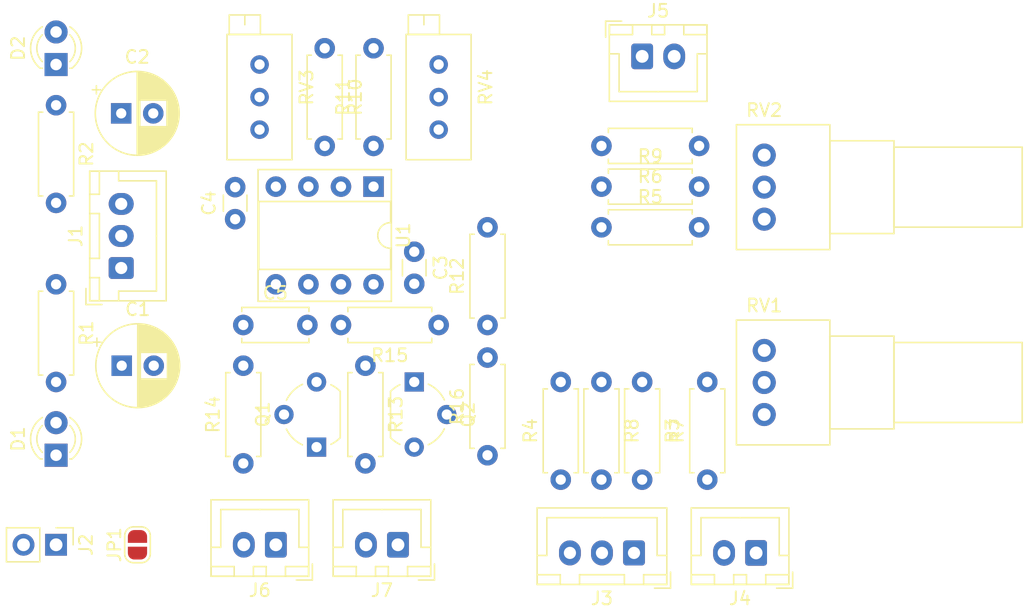
<source format=kicad_pcb>
(kicad_pcb (version 20171130) (host pcbnew "(5.1.6)-1")

  (general
    (thickness 1.6)
    (drawings 0)
    (tracks 0)
    (zones 0)
    (modules 38)
    (nets 25)
  )

  (page A4)
  (title_block
    (title Antilog_NPNO)
    (date 2020-10-21)
    (rev "Ver. 1.1")
    (company "PNPN Manufactory")
  )

  (layers
    (0 F.Cu signal)
    (31 B.Cu signal)
    (32 B.Adhes user)
    (33 F.Adhes user)
    (34 B.Paste user)
    (35 F.Paste user)
    (36 B.SilkS user)
    (37 F.SilkS user)
    (38 B.Mask user)
    (39 F.Mask user)
    (40 Dwgs.User user)
    (41 Cmts.User user)
    (42 Eco1.User user)
    (43 Eco2.User user)
    (44 Edge.Cuts user)
    (45 Margin user)
    (46 B.CrtYd user)
    (47 F.CrtYd user)
    (48 B.Fab user)
    (49 F.Fab user hide)
  )

  (setup
    (last_trace_width 0.25)
    (trace_clearance 0.2)
    (zone_clearance 0.508)
    (zone_45_only no)
    (trace_min 0.2)
    (via_size 0.8)
    (via_drill 0.4)
    (via_min_size 0.4)
    (via_min_drill 0.3)
    (uvia_size 0.3)
    (uvia_drill 0.1)
    (uvias_allowed no)
    (uvia_min_size 0.2)
    (uvia_min_drill 0.1)
    (edge_width 0.05)
    (segment_width 0.2)
    (pcb_text_width 0.3)
    (pcb_text_size 1.5 1.5)
    (mod_edge_width 0.12)
    (mod_text_size 1 1)
    (mod_text_width 0.15)
    (pad_size 1.524 1.524)
    (pad_drill 0.762)
    (pad_to_mask_clearance 0.05)
    (aux_axis_origin 0 0)
    (visible_elements FFFFFF7F)
    (pcbplotparams
      (layerselection 0x010fc_ffffffff)
      (usegerberextensions false)
      (usegerberattributes true)
      (usegerberadvancedattributes true)
      (creategerberjobfile true)
      (excludeedgelayer true)
      (linewidth 0.100000)
      (plotframeref false)
      (viasonmask false)
      (mode 1)
      (useauxorigin false)
      (hpglpennumber 1)
      (hpglpenspeed 20)
      (hpglpendiameter 15.000000)
      (psnegative false)
      (psa4output false)
      (plotreference true)
      (plotvalue true)
      (plotinvisibletext false)
      (padsonsilk false)
      (subtractmaskfromsilk false)
      (outputformat 1)
      (mirror false)
      (drillshape 1)
      (scaleselection 1)
      (outputdirectory ""))
  )

  (net 0 "")
  (net 1 GND)
  (net 2 +12V)
  (net 3 -12V)
  (net 4 "Net-(C5-Pad2)")
  (net 5 "Net-(C5-Pad1)")
  (net 6 "Net-(D1-Pad2)")
  (net 7 "Net-(D2-Pad1)")
  (net 8 "Net-(J3-Pad1)")
  (net 9 "Net-(J4-Pad1)")
  (net 10 "Net-(J5-Pad1)")
  (net 11 "Net-(J6-Pad1)")
  (net 12 "Net-(Q1-Pad1)")
  (net 13 "Net-(Q1-Pad3)")
  (net 14 "Net-(Q2-Pad2)")
  (net 15 "Net-(R5-Pad2)")
  (net 16 "Net-(R6-Pad1)")
  (net 17 "Net-(R7-Pad2)")
  (net 18 "Net-(R10-Pad2)")
  (net 19 "Net-(R10-Pad1)")
  (net 20 "Net-(R11-Pad1)")
  (net 21 "Net-(R12-Pad2)")
  (net 22 "Net-(J3-Pad3)")
  (net 23 "Net-(J3-Pad2)")
  (net 24 "Net-(J7-Pad1)")

  (net_class Default "This is the default net class."
    (clearance 0.2)
    (trace_width 0.25)
    (via_dia 0.8)
    (via_drill 0.4)
    (uvia_dia 0.3)
    (uvia_drill 0.1)
    (add_net +12V)
    (add_net -12V)
    (add_net GND)
    (add_net "Net-(C5-Pad1)")
    (add_net "Net-(C5-Pad2)")
    (add_net "Net-(D1-Pad2)")
    (add_net "Net-(D2-Pad1)")
    (add_net "Net-(J3-Pad1)")
    (add_net "Net-(J3-Pad2)")
    (add_net "Net-(J3-Pad3)")
    (add_net "Net-(J4-Pad1)")
    (add_net "Net-(J5-Pad1)")
    (add_net "Net-(J6-Pad1)")
    (add_net "Net-(J7-Pad1)")
    (add_net "Net-(Q1-Pad1)")
    (add_net "Net-(Q1-Pad3)")
    (add_net "Net-(Q2-Pad2)")
    (add_net "Net-(R10-Pad1)")
    (add_net "Net-(R10-Pad2)")
    (add_net "Net-(R11-Pad1)")
    (add_net "Net-(R12-Pad2)")
    (add_net "Net-(R5-Pad2)")
    (add_net "Net-(R6-Pad1)")
    (add_net "Net-(R7-Pad2)")
  )

  (module Package_DIP:DIP-8_W7.62mm_Socket (layer F.Cu) (tedit 5A02E8C5) (tstamp 5F910360)
    (at 135.255 85.09 270)
    (descr "8-lead though-hole mounted DIP package, row spacing 7.62 mm (300 mils), Socket")
    (tags "THT DIP DIL PDIP 2.54mm 7.62mm 300mil Socket")
    (path /5F8E2874)
    (fp_text reference U1 (at 3.81 -2.33 90) (layer F.SilkS)
      (effects (font (size 1 1) (thickness 0.15)))
    )
    (fp_text value TL072 (at 3.81 9.95 90) (layer F.Fab)
      (effects (font (size 1 1) (thickness 0.15)))
    )
    (fp_text user %R (at 3.81 3.81 90) (layer F.Fab)
      (effects (font (size 1 1) (thickness 0.15)))
    )
    (fp_arc (start 3.81 -1.33) (end 2.81 -1.33) (angle -180) (layer F.SilkS) (width 0.12))
    (fp_line (start 1.635 -1.27) (end 6.985 -1.27) (layer F.Fab) (width 0.1))
    (fp_line (start 6.985 -1.27) (end 6.985 8.89) (layer F.Fab) (width 0.1))
    (fp_line (start 6.985 8.89) (end 0.635 8.89) (layer F.Fab) (width 0.1))
    (fp_line (start 0.635 8.89) (end 0.635 -0.27) (layer F.Fab) (width 0.1))
    (fp_line (start 0.635 -0.27) (end 1.635 -1.27) (layer F.Fab) (width 0.1))
    (fp_line (start -1.27 -1.33) (end -1.27 8.95) (layer F.Fab) (width 0.1))
    (fp_line (start -1.27 8.95) (end 8.89 8.95) (layer F.Fab) (width 0.1))
    (fp_line (start 8.89 8.95) (end 8.89 -1.33) (layer F.Fab) (width 0.1))
    (fp_line (start 8.89 -1.33) (end -1.27 -1.33) (layer F.Fab) (width 0.1))
    (fp_line (start 2.81 -1.33) (end 1.16 -1.33) (layer F.SilkS) (width 0.12))
    (fp_line (start 1.16 -1.33) (end 1.16 8.95) (layer F.SilkS) (width 0.12))
    (fp_line (start 1.16 8.95) (end 6.46 8.95) (layer F.SilkS) (width 0.12))
    (fp_line (start 6.46 8.95) (end 6.46 -1.33) (layer F.SilkS) (width 0.12))
    (fp_line (start 6.46 -1.33) (end 4.81 -1.33) (layer F.SilkS) (width 0.12))
    (fp_line (start -1.33 -1.39) (end -1.33 9.01) (layer F.SilkS) (width 0.12))
    (fp_line (start -1.33 9.01) (end 8.95 9.01) (layer F.SilkS) (width 0.12))
    (fp_line (start 8.95 9.01) (end 8.95 -1.39) (layer F.SilkS) (width 0.12))
    (fp_line (start 8.95 -1.39) (end -1.33 -1.39) (layer F.SilkS) (width 0.12))
    (fp_line (start -1.55 -1.6) (end -1.55 9.2) (layer F.CrtYd) (width 0.05))
    (fp_line (start -1.55 9.2) (end 9.15 9.2) (layer F.CrtYd) (width 0.05))
    (fp_line (start 9.15 9.2) (end 9.15 -1.6) (layer F.CrtYd) (width 0.05))
    (fp_line (start 9.15 -1.6) (end -1.55 -1.6) (layer F.CrtYd) (width 0.05))
    (pad 8 thru_hole oval (at 7.62 0 270) (size 1.6 1.6) (drill 0.8) (layers *.Cu *.Mask)
      (net 2 +12V))
    (pad 4 thru_hole oval (at 0 7.62 270) (size 1.6 1.6) (drill 0.8) (layers *.Cu *.Mask)
      (net 3 -12V))
    (pad 7 thru_hole oval (at 7.62 2.54 270) (size 1.6 1.6) (drill 0.8) (layers *.Cu *.Mask)
      (net 5 "Net-(C5-Pad1)"))
    (pad 3 thru_hole oval (at 0 5.08 270) (size 1.6 1.6) (drill 0.8) (layers *.Cu *.Mask)
      (net 1 GND))
    (pad 6 thru_hole oval (at 7.62 5.08 270) (size 1.6 1.6) (drill 0.8) (layers *.Cu *.Mask)
      (net 4 "Net-(C5-Pad2)"))
    (pad 2 thru_hole oval (at 0 2.54 270) (size 1.6 1.6) (drill 0.8) (layers *.Cu *.Mask)
      (net 18 "Net-(R10-Pad2)"))
    (pad 5 thru_hole oval (at 7.62 7.62 270) (size 1.6 1.6) (drill 0.8) (layers *.Cu *.Mask)
      (net 1 GND))
    (pad 1 thru_hole rect (at 0 0 270) (size 1.6 1.6) (drill 0.8) (layers *.Cu *.Mask)
      (net 20 "Net-(R11-Pad1)"))
    (model ${KISYS3DMOD}/Package_DIP.3dshapes/DIP-8_W7.62mm_Socket.wrl
      (at (xyz 0 0 0))
      (scale (xyz 1 1 1))
      (rotate (xyz 0 0 0))
    )
  )

  (module Potentiometer_THT:Potentiometer_Bourns_3296X_Horizontal (layer F.Cu) (tedit 5A3D4994) (tstamp 5F91033C)
    (at 140.335 80.645 270)
    (descr "Potentiometer, horizontal, Bourns 3296X, https://www.bourns.com/pdfs/3296.pdf")
    (tags "Potentiometer horizontal Bourns 3296X")
    (path /5F8E7582)
    (fp_text reference RV4 (at -3.3 -3.66 90) (layer F.SilkS)
      (effects (font (size 1 1) (thickness 0.15)))
    )
    (fp_text value 20k/Multi (at -3.3 3.67 90) (layer F.Fab)
      (effects (font (size 1 1) (thickness 0.15)))
    )
    (fp_text user %R (at -2.54 0.005 90) (layer F.Fab)
      (effects (font (size 1 1) (thickness 0.15)))
    )
    (fp_line (start -7.305 -2.41) (end -7.305 2.42) (layer F.Fab) (width 0.1))
    (fp_line (start -7.305 2.42) (end 2.225 2.42) (layer F.Fab) (width 0.1))
    (fp_line (start 2.225 2.42) (end 2.225 -2.41) (layer F.Fab) (width 0.1))
    (fp_line (start 2.225 -2.41) (end -7.305 -2.41) (layer F.Fab) (width 0.1))
    (fp_line (start -8.825 0.055) (end -8.825 2.245) (layer F.Fab) (width 0.1))
    (fp_line (start -8.825 2.245) (end -7.305 2.245) (layer F.Fab) (width 0.1))
    (fp_line (start -7.305 2.245) (end -7.305 0.055) (layer F.Fab) (width 0.1))
    (fp_line (start -7.305 0.055) (end -8.825 0.055) (layer F.Fab) (width 0.1))
    (fp_line (start -8.825 1.15) (end -8.065 1.15) (layer F.Fab) (width 0.1))
    (fp_line (start -7.425 -2.53) (end 2.345 -2.53) (layer F.SilkS) (width 0.12))
    (fp_line (start -7.425 2.54) (end 2.345 2.54) (layer F.SilkS) (width 0.12))
    (fp_line (start -7.425 -2.53) (end -7.425 2.54) (layer F.SilkS) (width 0.12))
    (fp_line (start 2.345 -2.53) (end 2.345 2.54) (layer F.SilkS) (width 0.12))
    (fp_line (start -8.945 -0.065) (end -7.426 -0.065) (layer F.SilkS) (width 0.12))
    (fp_line (start -8.945 2.365) (end -7.426 2.365) (layer F.SilkS) (width 0.12))
    (fp_line (start -8.945 -0.065) (end -8.945 2.365) (layer F.SilkS) (width 0.12))
    (fp_line (start -7.426 -0.065) (end -7.426 2.365) (layer F.SilkS) (width 0.12))
    (fp_line (start -8.945 1.15) (end -8.186 1.15) (layer F.SilkS) (width 0.12))
    (fp_line (start -9.1 -2.7) (end -9.1 2.7) (layer F.CrtYd) (width 0.05))
    (fp_line (start -9.1 2.7) (end 2.5 2.7) (layer F.CrtYd) (width 0.05))
    (fp_line (start 2.5 2.7) (end 2.5 -2.7) (layer F.CrtYd) (width 0.05))
    (fp_line (start 2.5 -2.7) (end -9.1 -2.7) (layer F.CrtYd) (width 0.05))
    (pad 3 thru_hole circle (at -5.08 0 270) (size 1.44 1.44) (drill 0.8) (layers *.Cu *.Mask)
      (net 21 "Net-(R12-Pad2)"))
    (pad 2 thru_hole circle (at -2.54 0 270) (size 1.44 1.44) (drill 0.8) (layers *.Cu *.Mask)
      (net 20 "Net-(R11-Pad1)"))
    (pad 1 thru_hole circle (at 0 0 270) (size 1.44 1.44) (drill 0.8) (layers *.Cu *.Mask)
      (net 20 "Net-(R11-Pad1)"))
    (model ${KISYS3DMOD}/Potentiometer_THT.3dshapes/Potentiometer_Bourns_3296X_Horizontal.wrl
      (at (xyz 0 0 0))
      (scale (xyz 1 1 1))
      (rotate (xyz 0 0 0))
    )
  )

  (module Potentiometer_THT:Potentiometer_Bourns_3296X_Horizontal (layer F.Cu) (tedit 5A3D4994) (tstamp 5F912E7B)
    (at 126.365 80.645 270)
    (descr "Potentiometer, horizontal, Bourns 3296X, https://www.bourns.com/pdfs/3296.pdf")
    (tags "Potentiometer horizontal Bourns 3296X")
    (path /5F8E5E0D)
    (fp_text reference RV3 (at -3.3 -3.66 90) (layer F.SilkS)
      (effects (font (size 1 1) (thickness 0.15)))
    )
    (fp_text value 10k/Multi (at -3.3 3.67 90) (layer F.Fab)
      (effects (font (size 1 1) (thickness 0.15)))
    )
    (fp_text user %R (at -2.54 0.005 90) (layer F.Fab)
      (effects (font (size 1 1) (thickness 0.15)))
    )
    (fp_line (start -7.305 -2.41) (end -7.305 2.42) (layer F.Fab) (width 0.1))
    (fp_line (start -7.305 2.42) (end 2.225 2.42) (layer F.Fab) (width 0.1))
    (fp_line (start 2.225 2.42) (end 2.225 -2.41) (layer F.Fab) (width 0.1))
    (fp_line (start 2.225 -2.41) (end -7.305 -2.41) (layer F.Fab) (width 0.1))
    (fp_line (start -8.825 0.055) (end -8.825 2.245) (layer F.Fab) (width 0.1))
    (fp_line (start -8.825 2.245) (end -7.305 2.245) (layer F.Fab) (width 0.1))
    (fp_line (start -7.305 2.245) (end -7.305 0.055) (layer F.Fab) (width 0.1))
    (fp_line (start -7.305 0.055) (end -8.825 0.055) (layer F.Fab) (width 0.1))
    (fp_line (start -8.825 1.15) (end -8.065 1.15) (layer F.Fab) (width 0.1))
    (fp_line (start -7.425 -2.53) (end 2.345 -2.53) (layer F.SilkS) (width 0.12))
    (fp_line (start -7.425 2.54) (end 2.345 2.54) (layer F.SilkS) (width 0.12))
    (fp_line (start -7.425 -2.53) (end -7.425 2.54) (layer F.SilkS) (width 0.12))
    (fp_line (start 2.345 -2.53) (end 2.345 2.54) (layer F.SilkS) (width 0.12))
    (fp_line (start -8.945 -0.065) (end -7.426 -0.065) (layer F.SilkS) (width 0.12))
    (fp_line (start -8.945 2.365) (end -7.426 2.365) (layer F.SilkS) (width 0.12))
    (fp_line (start -8.945 -0.065) (end -8.945 2.365) (layer F.SilkS) (width 0.12))
    (fp_line (start -7.426 -0.065) (end -7.426 2.365) (layer F.SilkS) (width 0.12))
    (fp_line (start -8.945 1.15) (end -8.186 1.15) (layer F.SilkS) (width 0.12))
    (fp_line (start -9.1 -2.7) (end -9.1 2.7) (layer F.CrtYd) (width 0.05))
    (fp_line (start -9.1 2.7) (end 2.5 2.7) (layer F.CrtYd) (width 0.05))
    (fp_line (start 2.5 2.7) (end 2.5 -2.7) (layer F.CrtYd) (width 0.05))
    (fp_line (start 2.5 -2.7) (end -9.1 -2.7) (layer F.CrtYd) (width 0.05))
    (pad 3 thru_hole circle (at -5.08 0 270) (size 1.44 1.44) (drill 0.8) (layers *.Cu *.Mask)
      (net 3 -12V))
    (pad 2 thru_hole circle (at -2.54 0 270) (size 1.44 1.44) (drill 0.8) (layers *.Cu *.Mask)
      (net 19 "Net-(R10-Pad1)"))
    (pad 1 thru_hole circle (at 0 0 270) (size 1.44 1.44) (drill 0.8) (layers *.Cu *.Mask)
      (net 2 +12V))
    (model ${KISYS3DMOD}/Potentiometer_THT.3dshapes/Potentiometer_Bourns_3296X_Horizontal.wrl
      (at (xyz 0 0 0))
      (scale (xyz 1 1 1))
      (rotate (xyz 0 0 0))
    )
  )

  (module Potentiometer_THT:Potentiometer_Alps_RK097_Single_Horizontal (layer F.Cu) (tedit 5A3D4993) (tstamp 5F910300)
    (at 165.735 87.63)
    (descr "Potentiometer, horizontal, Alps RK097 Single, http://www.alps.com/prod/info/E/HTML/Potentiometer/RotaryPotentiometers/RK097/RK097_list.html")
    (tags "Potentiometer horizontal Alps RK097 Single")
    (path /5F8DA31F)
    (fp_text reference RV2 (at 0 -8.5) (layer F.SilkS)
      (effects (font (size 1 1) (thickness 0.15)))
    )
    (fp_text value 50k/B (at 0 3.5) (layer F.Fab)
      (effects (font (size 1 1) (thickness 0.15)))
    )
    (fp_text user %R (at 1.475 -2.5) (layer F.Fab)
      (effects (font (size 1 1) (thickness 0.15)))
    )
    (fp_line (start -2.05 -7.25) (end -2.05 2.25) (layer F.Fab) (width 0.1))
    (fp_line (start -2.05 2.25) (end 5 2.25) (layer F.Fab) (width 0.1))
    (fp_line (start 5 2.25) (end 5 -7.25) (layer F.Fab) (width 0.1))
    (fp_line (start 5 -7.25) (end -2.05 -7.25) (layer F.Fab) (width 0.1))
    (fp_line (start 5 -6) (end 5 1) (layer F.Fab) (width 0.1))
    (fp_line (start 5 1) (end 10 1) (layer F.Fab) (width 0.1))
    (fp_line (start 10 1) (end 10 -6) (layer F.Fab) (width 0.1))
    (fp_line (start 10 -6) (end 5 -6) (layer F.Fab) (width 0.1))
    (fp_line (start 10 -5.5) (end 10 0.5) (layer F.Fab) (width 0.1))
    (fp_line (start 10 0.5) (end 20 0.5) (layer F.Fab) (width 0.1))
    (fp_line (start 20 0.5) (end 20 -5.5) (layer F.Fab) (width 0.1))
    (fp_line (start 20 -5.5) (end 10 -5.5) (layer F.Fab) (width 0.1))
    (fp_line (start -2.17 -7.37) (end 5.12 -7.37) (layer F.SilkS) (width 0.12))
    (fp_line (start -2.17 2.37) (end 5.12 2.37) (layer F.SilkS) (width 0.12))
    (fp_line (start -2.17 -7.37) (end -2.17 2.37) (layer F.SilkS) (width 0.12))
    (fp_line (start 5.12 -7.37) (end 5.12 2.37) (layer F.SilkS) (width 0.12))
    (fp_line (start 5.12 -6.12) (end 10.12 -6.12) (layer F.SilkS) (width 0.12))
    (fp_line (start 5.12 1.12) (end 10.12 1.12) (layer F.SilkS) (width 0.12))
    (fp_line (start 5.12 -6.12) (end 5.12 1.12) (layer F.SilkS) (width 0.12))
    (fp_line (start 10.12 -6.12) (end 10.12 1.12) (layer F.SilkS) (width 0.12))
    (fp_line (start 10.12 -5.62) (end 20.12 -5.62) (layer F.SilkS) (width 0.12))
    (fp_line (start 10.12 0.62) (end 20.12 0.62) (layer F.SilkS) (width 0.12))
    (fp_line (start 10.12 -5.62) (end 10.12 0.62) (layer F.SilkS) (width 0.12))
    (fp_line (start 20.12 -5.62) (end 20.12 0.62) (layer F.SilkS) (width 0.12))
    (fp_line (start -2.3 -7.5) (end -2.3 2.5) (layer F.CrtYd) (width 0.05))
    (fp_line (start -2.3 2.5) (end 20.25 2.5) (layer F.CrtYd) (width 0.05))
    (fp_line (start 20.25 2.5) (end 20.25 -7.5) (layer F.CrtYd) (width 0.05))
    (fp_line (start 20.25 -7.5) (end -2.3 -7.5) (layer F.CrtYd) (width 0.05))
    (pad 1 thru_hole circle (at 0 0) (size 1.8 1.8) (drill 1) (layers *.Cu *.Mask)
      (net 15 "Net-(R5-Pad2)"))
    (pad 2 thru_hole circle (at 0 -2.5) (size 1.8 1.8) (drill 1) (layers *.Cu *.Mask)
      (net 10 "Net-(J5-Pad1)"))
    (pad 3 thru_hole circle (at 0 -5) (size 1.8 1.8) (drill 1) (layers *.Cu *.Mask)
      (net 16 "Net-(R6-Pad1)"))
    (model ${KISYS3DMOD}/Potentiometer_THT.3dshapes/Potentiometer_Alps_RK097_Single_Horizontal.wrl
      (at (xyz 0 0 0))
      (scale (xyz 1 1 1))
      (rotate (xyz 0 0 0))
    )
  )

  (module Potentiometer_THT:Potentiometer_Alps_RK097_Single_Horizontal (layer F.Cu) (tedit 5A3D4993) (tstamp 5F9102DC)
    (at 165.735 102.87)
    (descr "Potentiometer, horizontal, Alps RK097 Single, http://www.alps.com/prod/info/E/HTML/Potentiometer/RotaryPotentiometers/RK097/RK097_list.html")
    (tags "Potentiometer horizontal Alps RK097 Single")
    (path /5F8D932F)
    (fp_text reference RV1 (at 0 -8.5) (layer F.SilkS)
      (effects (font (size 1 1) (thickness 0.15)))
    )
    (fp_text value 50k/A (at 0 3.5) (layer F.Fab)
      (effects (font (size 1 1) (thickness 0.15)))
    )
    (fp_text user %R (at 1.475 -2.5) (layer F.Fab)
      (effects (font (size 1 1) (thickness 0.15)))
    )
    (fp_line (start -2.05 -7.25) (end -2.05 2.25) (layer F.Fab) (width 0.1))
    (fp_line (start -2.05 2.25) (end 5 2.25) (layer F.Fab) (width 0.1))
    (fp_line (start 5 2.25) (end 5 -7.25) (layer F.Fab) (width 0.1))
    (fp_line (start 5 -7.25) (end -2.05 -7.25) (layer F.Fab) (width 0.1))
    (fp_line (start 5 -6) (end 5 1) (layer F.Fab) (width 0.1))
    (fp_line (start 5 1) (end 10 1) (layer F.Fab) (width 0.1))
    (fp_line (start 10 1) (end 10 -6) (layer F.Fab) (width 0.1))
    (fp_line (start 10 -6) (end 5 -6) (layer F.Fab) (width 0.1))
    (fp_line (start 10 -5.5) (end 10 0.5) (layer F.Fab) (width 0.1))
    (fp_line (start 10 0.5) (end 20 0.5) (layer F.Fab) (width 0.1))
    (fp_line (start 20 0.5) (end 20 -5.5) (layer F.Fab) (width 0.1))
    (fp_line (start 20 -5.5) (end 10 -5.5) (layer F.Fab) (width 0.1))
    (fp_line (start -2.17 -7.37) (end 5.12 -7.37) (layer F.SilkS) (width 0.12))
    (fp_line (start -2.17 2.37) (end 5.12 2.37) (layer F.SilkS) (width 0.12))
    (fp_line (start -2.17 -7.37) (end -2.17 2.37) (layer F.SilkS) (width 0.12))
    (fp_line (start 5.12 -7.37) (end 5.12 2.37) (layer F.SilkS) (width 0.12))
    (fp_line (start 5.12 -6.12) (end 10.12 -6.12) (layer F.SilkS) (width 0.12))
    (fp_line (start 5.12 1.12) (end 10.12 1.12) (layer F.SilkS) (width 0.12))
    (fp_line (start 5.12 -6.12) (end 5.12 1.12) (layer F.SilkS) (width 0.12))
    (fp_line (start 10.12 -6.12) (end 10.12 1.12) (layer F.SilkS) (width 0.12))
    (fp_line (start 10.12 -5.62) (end 20.12 -5.62) (layer F.SilkS) (width 0.12))
    (fp_line (start 10.12 0.62) (end 20.12 0.62) (layer F.SilkS) (width 0.12))
    (fp_line (start 10.12 -5.62) (end 10.12 0.62) (layer F.SilkS) (width 0.12))
    (fp_line (start 20.12 -5.62) (end 20.12 0.62) (layer F.SilkS) (width 0.12))
    (fp_line (start -2.3 -7.5) (end -2.3 2.5) (layer F.CrtYd) (width 0.05))
    (fp_line (start -2.3 2.5) (end 20.25 2.5) (layer F.CrtYd) (width 0.05))
    (fp_line (start 20.25 2.5) (end 20.25 -7.5) (layer F.CrtYd) (width 0.05))
    (fp_line (start 20.25 -7.5) (end -2.3 -7.5) (layer F.CrtYd) (width 0.05))
    (pad 1 thru_hole circle (at 0 0) (size 1.8 1.8) (drill 1) (layers *.Cu *.Mask)
      (net 9 "Net-(J4-Pad1)"))
    (pad 2 thru_hole circle (at 0 -2.5) (size 1.8 1.8) (drill 1) (layers *.Cu *.Mask)
      (net 17 "Net-(R7-Pad2)"))
    (pad 3 thru_hole circle (at 0 -5) (size 1.8 1.8) (drill 1) (layers *.Cu *.Mask)
      (net 1 GND))
    (model ${KISYS3DMOD}/Potentiometer_THT.3dshapes/Potentiometer_Alps_RK097_Single_Horizontal.wrl
      (at (xyz 0 0 0))
      (scale (xyz 1 1 1))
      (rotate (xyz 0 0 0))
    )
  )

  (module Resistor_THT:R_Axial_DIN0207_L6.3mm_D2.5mm_P7.62mm_Horizontal (layer F.Cu) (tedit 5AE5139B) (tstamp 5F91281F)
    (at 144.145 106.045 90)
    (descr "Resistor, Axial_DIN0207 series, Axial, Horizontal, pin pitch=7.62mm, 0.25W = 1/4W, length*diameter=6.3*2.5mm^2, http://cdn-reichelt.de/documents/datenblatt/B400/1_4W%23YAG.pdf")
    (tags "Resistor Axial_DIN0207 series Axial Horizontal pin pitch 7.62mm 0.25W = 1/4W length 6.3mm diameter 2.5mm")
    (path /5F92FE0A)
    (fp_text reference R16 (at 3.81 -2.37 90) (layer F.SilkS)
      (effects (font (size 1 1) (thickness 0.15)))
    )
    (fp_text value 0 (at 3.81 2.37 90) (layer F.Fab)
      (effects (font (size 1 1) (thickness 0.15)))
    )
    (fp_text user %R (at 3.81 0 90) (layer F.Fab)
      (effects (font (size 1 1) (thickness 0.15)))
    )
    (fp_line (start 0.66 -1.25) (end 0.66 1.25) (layer F.Fab) (width 0.1))
    (fp_line (start 0.66 1.25) (end 6.96 1.25) (layer F.Fab) (width 0.1))
    (fp_line (start 6.96 1.25) (end 6.96 -1.25) (layer F.Fab) (width 0.1))
    (fp_line (start 6.96 -1.25) (end 0.66 -1.25) (layer F.Fab) (width 0.1))
    (fp_line (start 0 0) (end 0.66 0) (layer F.Fab) (width 0.1))
    (fp_line (start 7.62 0) (end 6.96 0) (layer F.Fab) (width 0.1))
    (fp_line (start 0.54 -1.04) (end 0.54 -1.37) (layer F.SilkS) (width 0.12))
    (fp_line (start 0.54 -1.37) (end 7.08 -1.37) (layer F.SilkS) (width 0.12))
    (fp_line (start 7.08 -1.37) (end 7.08 -1.04) (layer F.SilkS) (width 0.12))
    (fp_line (start 0.54 1.04) (end 0.54 1.37) (layer F.SilkS) (width 0.12))
    (fp_line (start 0.54 1.37) (end 7.08 1.37) (layer F.SilkS) (width 0.12))
    (fp_line (start 7.08 1.37) (end 7.08 1.04) (layer F.SilkS) (width 0.12))
    (fp_line (start -1.05 -1.5) (end -1.05 1.5) (layer F.CrtYd) (width 0.05))
    (fp_line (start -1.05 1.5) (end 8.67 1.5) (layer F.CrtYd) (width 0.05))
    (fp_line (start 8.67 1.5) (end 8.67 -1.5) (layer F.CrtYd) (width 0.05))
    (fp_line (start 8.67 -1.5) (end -1.05 -1.5) (layer F.CrtYd) (width 0.05))
    (pad 2 thru_hole oval (at 7.62 0 90) (size 1.6 1.6) (drill 0.8) (layers *.Cu *.Mask)
      (net 14 "Net-(Q2-Pad2)"))
    (pad 1 thru_hole circle (at 0 0 90) (size 1.6 1.6) (drill 0.8) (layers *.Cu *.Mask)
      (net 24 "Net-(J7-Pad1)"))
    (model ${KISYS3DMOD}/Resistor_THT.3dshapes/R_Axial_DIN0207_L6.3mm_D2.5mm_P7.62mm_Horizontal.wrl
      (at (xyz 0 0 0))
      (scale (xyz 1 1 1))
      (rotate (xyz 0 0 0))
    )
  )

  (module Resistor_THT:R_Axial_DIN0207_L6.3mm_D2.5mm_P7.62mm_Horizontal (layer F.Cu) (tedit 5AE5139B) (tstamp 5F9102A1)
    (at 140.335 95.885 180)
    (descr "Resistor, Axial_DIN0207 series, Axial, Horizontal, pin pitch=7.62mm, 0.25W = 1/4W, length*diameter=6.3*2.5mm^2, http://cdn-reichelt.de/documents/datenblatt/B400/1_4W%23YAG.pdf")
    (tags "Resistor Axial_DIN0207 series Axial Horizontal pin pitch 7.62mm 0.25W = 1/4W length 6.3mm diameter 2.5mm")
    (path /5F915829)
    (fp_text reference R15 (at 3.81 -2.37) (layer F.SilkS)
      (effects (font (size 1 1) (thickness 0.15)))
    )
    (fp_text value 1k (at 3.81 2.37) (layer F.Fab)
      (effects (font (size 1 1) (thickness 0.15)))
    )
    (fp_text user %R (at 3.81 0) (layer F.Fab)
      (effects (font (size 1 1) (thickness 0.15)))
    )
    (fp_line (start 0.66 -1.25) (end 0.66 1.25) (layer F.Fab) (width 0.1))
    (fp_line (start 0.66 1.25) (end 6.96 1.25) (layer F.Fab) (width 0.1))
    (fp_line (start 6.96 1.25) (end 6.96 -1.25) (layer F.Fab) (width 0.1))
    (fp_line (start 6.96 -1.25) (end 0.66 -1.25) (layer F.Fab) (width 0.1))
    (fp_line (start 0 0) (end 0.66 0) (layer F.Fab) (width 0.1))
    (fp_line (start 7.62 0) (end 6.96 0) (layer F.Fab) (width 0.1))
    (fp_line (start 0.54 -1.04) (end 0.54 -1.37) (layer F.SilkS) (width 0.12))
    (fp_line (start 0.54 -1.37) (end 7.08 -1.37) (layer F.SilkS) (width 0.12))
    (fp_line (start 7.08 -1.37) (end 7.08 -1.04) (layer F.SilkS) (width 0.12))
    (fp_line (start 0.54 1.04) (end 0.54 1.37) (layer F.SilkS) (width 0.12))
    (fp_line (start 0.54 1.37) (end 7.08 1.37) (layer F.SilkS) (width 0.12))
    (fp_line (start 7.08 1.37) (end 7.08 1.04) (layer F.SilkS) (width 0.12))
    (fp_line (start -1.05 -1.5) (end -1.05 1.5) (layer F.CrtYd) (width 0.05))
    (fp_line (start -1.05 1.5) (end 8.67 1.5) (layer F.CrtYd) (width 0.05))
    (fp_line (start 8.67 1.5) (end 8.67 -1.5) (layer F.CrtYd) (width 0.05))
    (fp_line (start 8.67 -1.5) (end -1.05 -1.5) (layer F.CrtYd) (width 0.05))
    (pad 2 thru_hole oval (at 7.62 0 180) (size 1.6 1.6) (drill 0.8) (layers *.Cu *.Mask)
      (net 5 "Net-(C5-Pad1)"))
    (pad 1 thru_hole circle (at 0 0 180) (size 1.6 1.6) (drill 0.8) (layers *.Cu *.Mask)
      (net 12 "Net-(Q1-Pad1)"))
    (model ${KISYS3DMOD}/Resistor_THT.3dshapes/R_Axial_DIN0207_L6.3mm_D2.5mm_P7.62mm_Horizontal.wrl
      (at (xyz 0 0 0))
      (scale (xyz 1 1 1))
      (rotate (xyz 0 0 0))
    )
  )

  (module Resistor_THT:R_Axial_DIN0207_L6.3mm_D2.5mm_P7.62mm_Horizontal (layer F.Cu) (tedit 5AE5139B) (tstamp 5F91028A)
    (at 125.095 106.68 90)
    (descr "Resistor, Axial_DIN0207 series, Axial, Horizontal, pin pitch=7.62mm, 0.25W = 1/4W, length*diameter=6.3*2.5mm^2, http://cdn-reichelt.de/documents/datenblatt/B400/1_4W%23YAG.pdf")
    (tags "Resistor Axial_DIN0207 series Axial Horizontal pin pitch 7.62mm 0.25W = 1/4W length 6.3mm diameter 2.5mm")
    (path /5F92F0A7)
    (fp_text reference R14 (at 3.81 -2.37 90) (layer F.SilkS)
      (effects (font (size 1 1) (thickness 0.15)))
    )
    (fp_text value 0 (at 3.81 2.37 90) (layer F.Fab)
      (effects (font (size 1 1) (thickness 0.15)))
    )
    (fp_text user %R (at 3.81 0 90) (layer F.Fab)
      (effects (font (size 1 1) (thickness 0.15)))
    )
    (fp_line (start 0.66 -1.25) (end 0.66 1.25) (layer F.Fab) (width 0.1))
    (fp_line (start 0.66 1.25) (end 6.96 1.25) (layer F.Fab) (width 0.1))
    (fp_line (start 6.96 1.25) (end 6.96 -1.25) (layer F.Fab) (width 0.1))
    (fp_line (start 6.96 -1.25) (end 0.66 -1.25) (layer F.Fab) (width 0.1))
    (fp_line (start 0 0) (end 0.66 0) (layer F.Fab) (width 0.1))
    (fp_line (start 7.62 0) (end 6.96 0) (layer F.Fab) (width 0.1))
    (fp_line (start 0.54 -1.04) (end 0.54 -1.37) (layer F.SilkS) (width 0.12))
    (fp_line (start 0.54 -1.37) (end 7.08 -1.37) (layer F.SilkS) (width 0.12))
    (fp_line (start 7.08 -1.37) (end 7.08 -1.04) (layer F.SilkS) (width 0.12))
    (fp_line (start 0.54 1.04) (end 0.54 1.37) (layer F.SilkS) (width 0.12))
    (fp_line (start 0.54 1.37) (end 7.08 1.37) (layer F.SilkS) (width 0.12))
    (fp_line (start 7.08 1.37) (end 7.08 1.04) (layer F.SilkS) (width 0.12))
    (fp_line (start -1.05 -1.5) (end -1.05 1.5) (layer F.CrtYd) (width 0.05))
    (fp_line (start -1.05 1.5) (end 8.67 1.5) (layer F.CrtYd) (width 0.05))
    (fp_line (start 8.67 1.5) (end 8.67 -1.5) (layer F.CrtYd) (width 0.05))
    (fp_line (start 8.67 -1.5) (end -1.05 -1.5) (layer F.CrtYd) (width 0.05))
    (pad 2 thru_hole oval (at 7.62 0 90) (size 1.6 1.6) (drill 0.8) (layers *.Cu *.Mask)
      (net 4 "Net-(C5-Pad2)"))
    (pad 1 thru_hole circle (at 0 0 90) (size 1.6 1.6) (drill 0.8) (layers *.Cu *.Mask)
      (net 11 "Net-(J6-Pad1)"))
    (model ${KISYS3DMOD}/Resistor_THT.3dshapes/R_Axial_DIN0207_L6.3mm_D2.5mm_P7.62mm_Horizontal.wrl
      (at (xyz 0 0 0))
      (scale (xyz 1 1 1))
      (rotate (xyz 0 0 0))
    )
  )

  (module Resistor_THT:R_Axial_DIN0207_L6.3mm_D2.5mm_P7.62mm_Horizontal (layer F.Cu) (tedit 5AE5139B) (tstamp 5F910273)
    (at 134.62 99.06 270)
    (descr "Resistor, Axial_DIN0207 series, Axial, Horizontal, pin pitch=7.62mm, 0.25W = 1/4W, length*diameter=6.3*2.5mm^2, http://cdn-reichelt.de/documents/datenblatt/B400/1_4W%23YAG.pdf")
    (tags "Resistor Axial_DIN0207 series Axial Horizontal pin pitch 7.62mm 0.25W = 1/4W length 6.3mm diameter 2.5mm")
    (path /5F8E941A)
    (fp_text reference R13 (at 3.81 -2.37 90) (layer F.SilkS)
      (effects (font (size 1 1) (thickness 0.15)))
    )
    (fp_text value "1k tempco" (at 3.81 2.37 90) (layer F.Fab)
      (effects (font (size 1 1) (thickness 0.15)))
    )
    (fp_text user %R (at 3.81 0 90) (layer F.Fab)
      (effects (font (size 1 1) (thickness 0.15)))
    )
    (fp_line (start 0.66 -1.25) (end 0.66 1.25) (layer F.Fab) (width 0.1))
    (fp_line (start 0.66 1.25) (end 6.96 1.25) (layer F.Fab) (width 0.1))
    (fp_line (start 6.96 1.25) (end 6.96 -1.25) (layer F.Fab) (width 0.1))
    (fp_line (start 6.96 -1.25) (end 0.66 -1.25) (layer F.Fab) (width 0.1))
    (fp_line (start 0 0) (end 0.66 0) (layer F.Fab) (width 0.1))
    (fp_line (start 7.62 0) (end 6.96 0) (layer F.Fab) (width 0.1))
    (fp_line (start 0.54 -1.04) (end 0.54 -1.37) (layer F.SilkS) (width 0.12))
    (fp_line (start 0.54 -1.37) (end 7.08 -1.37) (layer F.SilkS) (width 0.12))
    (fp_line (start 7.08 -1.37) (end 7.08 -1.04) (layer F.SilkS) (width 0.12))
    (fp_line (start 0.54 1.04) (end 0.54 1.37) (layer F.SilkS) (width 0.12))
    (fp_line (start 0.54 1.37) (end 7.08 1.37) (layer F.SilkS) (width 0.12))
    (fp_line (start 7.08 1.37) (end 7.08 1.04) (layer F.SilkS) (width 0.12))
    (fp_line (start -1.05 -1.5) (end -1.05 1.5) (layer F.CrtYd) (width 0.05))
    (fp_line (start -1.05 1.5) (end 8.67 1.5) (layer F.CrtYd) (width 0.05))
    (fp_line (start 8.67 1.5) (end 8.67 -1.5) (layer F.CrtYd) (width 0.05))
    (fp_line (start 8.67 -1.5) (end -1.05 -1.5) (layer F.CrtYd) (width 0.05))
    (pad 2 thru_hole oval (at 7.62 0 270) (size 1.6 1.6) (drill 0.8) (layers *.Cu *.Mask)
      (net 1 GND))
    (pad 1 thru_hole circle (at 0 0 270) (size 1.6 1.6) (drill 0.8) (layers *.Cu *.Mask)
      (net 13 "Net-(Q1-Pad3)"))
    (model ${KISYS3DMOD}/Resistor_THT.3dshapes/R_Axial_DIN0207_L6.3mm_D2.5mm_P7.62mm_Horizontal.wrl
      (at (xyz 0 0 0))
      (scale (xyz 1 1 1))
      (rotate (xyz 0 0 0))
    )
  )

  (module Resistor_THT:R_Axial_DIN0207_L6.3mm_D2.5mm_P7.62mm_Horizontal (layer F.Cu) (tedit 5AE5139B) (tstamp 5F91025C)
    (at 144.145 95.885 90)
    (descr "Resistor, Axial_DIN0207 series, Axial, Horizontal, pin pitch=7.62mm, 0.25W = 1/4W, length*diameter=6.3*2.5mm^2, http://cdn-reichelt.de/documents/datenblatt/B400/1_4W%23YAG.pdf")
    (tags "Resistor Axial_DIN0207 series Axial Horizontal pin pitch 7.62mm 0.25W = 1/4W length 6.3mm diameter 2.5mm")
    (path /5F8E891A)
    (fp_text reference R12 (at 3.81 -2.37 90) (layer F.SilkS)
      (effects (font (size 1 1) (thickness 0.15)))
    )
    (fp_text value 47k (at 3.81 2.37 90) (layer F.Fab)
      (effects (font (size 1 1) (thickness 0.15)))
    )
    (fp_text user %R (at 3.81 0 90) (layer F.Fab)
      (effects (font (size 1 1) (thickness 0.15)))
    )
    (fp_line (start 0.66 -1.25) (end 0.66 1.25) (layer F.Fab) (width 0.1))
    (fp_line (start 0.66 1.25) (end 6.96 1.25) (layer F.Fab) (width 0.1))
    (fp_line (start 6.96 1.25) (end 6.96 -1.25) (layer F.Fab) (width 0.1))
    (fp_line (start 6.96 -1.25) (end 0.66 -1.25) (layer F.Fab) (width 0.1))
    (fp_line (start 0 0) (end 0.66 0) (layer F.Fab) (width 0.1))
    (fp_line (start 7.62 0) (end 6.96 0) (layer F.Fab) (width 0.1))
    (fp_line (start 0.54 -1.04) (end 0.54 -1.37) (layer F.SilkS) (width 0.12))
    (fp_line (start 0.54 -1.37) (end 7.08 -1.37) (layer F.SilkS) (width 0.12))
    (fp_line (start 7.08 -1.37) (end 7.08 -1.04) (layer F.SilkS) (width 0.12))
    (fp_line (start 0.54 1.04) (end 0.54 1.37) (layer F.SilkS) (width 0.12))
    (fp_line (start 0.54 1.37) (end 7.08 1.37) (layer F.SilkS) (width 0.12))
    (fp_line (start 7.08 1.37) (end 7.08 1.04) (layer F.SilkS) (width 0.12))
    (fp_line (start -1.05 -1.5) (end -1.05 1.5) (layer F.CrtYd) (width 0.05))
    (fp_line (start -1.05 1.5) (end 8.67 1.5) (layer F.CrtYd) (width 0.05))
    (fp_line (start 8.67 1.5) (end 8.67 -1.5) (layer F.CrtYd) (width 0.05))
    (fp_line (start 8.67 -1.5) (end -1.05 -1.5) (layer F.CrtYd) (width 0.05))
    (pad 2 thru_hole oval (at 7.62 0 90) (size 1.6 1.6) (drill 0.8) (layers *.Cu *.Mask)
      (net 21 "Net-(R12-Pad2)"))
    (pad 1 thru_hole circle (at 0 0 90) (size 1.6 1.6) (drill 0.8) (layers *.Cu *.Mask)
      (net 13 "Net-(Q1-Pad3)"))
    (model ${KISYS3DMOD}/Resistor_THT.3dshapes/R_Axial_DIN0207_L6.3mm_D2.5mm_P7.62mm_Horizontal.wrl
      (at (xyz 0 0 0))
      (scale (xyz 1 1 1))
      (rotate (xyz 0 0 0))
    )
  )

  (module Resistor_THT:R_Axial_DIN0207_L6.3mm_D2.5mm_P7.62mm_Horizontal (layer F.Cu) (tedit 5AE5139B) (tstamp 5F910245)
    (at 135.255 81.915 90)
    (descr "Resistor, Axial_DIN0207 series, Axial, Horizontal, pin pitch=7.62mm, 0.25W = 1/4W, length*diameter=6.3*2.5mm^2, http://cdn-reichelt.de/documents/datenblatt/B400/1_4W%23YAG.pdf")
    (tags "Resistor Axial_DIN0207 series Axial Horizontal pin pitch 7.62mm 0.25W = 1/4W length 6.3mm diameter 2.5mm")
    (path /5F8E6DDF)
    (fp_text reference R11 (at 3.81 -2.37 90) (layer F.SilkS)
      (effects (font (size 1 1) (thickness 0.15)))
    )
    (fp_text value 470k (at 3.81 2.37 90) (layer F.Fab)
      (effects (font (size 1 1) (thickness 0.15)))
    )
    (fp_text user %R (at 3.81 0 90) (layer F.Fab)
      (effects (font (size 1 1) (thickness 0.15)))
    )
    (fp_line (start 0.66 -1.25) (end 0.66 1.25) (layer F.Fab) (width 0.1))
    (fp_line (start 0.66 1.25) (end 6.96 1.25) (layer F.Fab) (width 0.1))
    (fp_line (start 6.96 1.25) (end 6.96 -1.25) (layer F.Fab) (width 0.1))
    (fp_line (start 6.96 -1.25) (end 0.66 -1.25) (layer F.Fab) (width 0.1))
    (fp_line (start 0 0) (end 0.66 0) (layer F.Fab) (width 0.1))
    (fp_line (start 7.62 0) (end 6.96 0) (layer F.Fab) (width 0.1))
    (fp_line (start 0.54 -1.04) (end 0.54 -1.37) (layer F.SilkS) (width 0.12))
    (fp_line (start 0.54 -1.37) (end 7.08 -1.37) (layer F.SilkS) (width 0.12))
    (fp_line (start 7.08 -1.37) (end 7.08 -1.04) (layer F.SilkS) (width 0.12))
    (fp_line (start 0.54 1.04) (end 0.54 1.37) (layer F.SilkS) (width 0.12))
    (fp_line (start 0.54 1.37) (end 7.08 1.37) (layer F.SilkS) (width 0.12))
    (fp_line (start 7.08 1.37) (end 7.08 1.04) (layer F.SilkS) (width 0.12))
    (fp_line (start -1.05 -1.5) (end -1.05 1.5) (layer F.CrtYd) (width 0.05))
    (fp_line (start -1.05 1.5) (end 8.67 1.5) (layer F.CrtYd) (width 0.05))
    (fp_line (start 8.67 1.5) (end 8.67 -1.5) (layer F.CrtYd) (width 0.05))
    (fp_line (start 8.67 -1.5) (end -1.05 -1.5) (layer F.CrtYd) (width 0.05))
    (pad 2 thru_hole oval (at 7.62 0 90) (size 1.6 1.6) (drill 0.8) (layers *.Cu *.Mask)
      (net 18 "Net-(R10-Pad2)"))
    (pad 1 thru_hole circle (at 0 0 90) (size 1.6 1.6) (drill 0.8) (layers *.Cu *.Mask)
      (net 20 "Net-(R11-Pad1)"))
    (model ${KISYS3DMOD}/Resistor_THT.3dshapes/R_Axial_DIN0207_L6.3mm_D2.5mm_P7.62mm_Horizontal.wrl
      (at (xyz 0 0 0))
      (scale (xyz 1 1 1))
      (rotate (xyz 0 0 0))
    )
  )

  (module Resistor_THT:R_Axial_DIN0207_L6.3mm_D2.5mm_P7.62mm_Horizontal (layer F.Cu) (tedit 5AE5139B) (tstamp 5F91022E)
    (at 131.445 74.295 270)
    (descr "Resistor, Axial_DIN0207 series, Axial, Horizontal, pin pitch=7.62mm, 0.25W = 1/4W, length*diameter=6.3*2.5mm^2, http://cdn-reichelt.de/documents/datenblatt/B400/1_4W%23YAG.pdf")
    (tags "Resistor Axial_DIN0207 series Axial Horizontal pin pitch 7.62mm 0.25W = 1/4W length 6.3mm diameter 2.5mm")
    (path /5F973670)
    (fp_text reference R10 (at 3.81 -2.37 90) (layer F.SilkS)
      (effects (font (size 1 1) (thickness 0.15)))
    )
    (fp_text value 100k (at 3.81 2.37 90) (layer F.Fab)
      (effects (font (size 1 1) (thickness 0.15)))
    )
    (fp_text user %R (at 3.81 0 90) (layer F.Fab)
      (effects (font (size 1 1) (thickness 0.15)))
    )
    (fp_line (start 0.66 -1.25) (end 0.66 1.25) (layer F.Fab) (width 0.1))
    (fp_line (start 0.66 1.25) (end 6.96 1.25) (layer F.Fab) (width 0.1))
    (fp_line (start 6.96 1.25) (end 6.96 -1.25) (layer F.Fab) (width 0.1))
    (fp_line (start 6.96 -1.25) (end 0.66 -1.25) (layer F.Fab) (width 0.1))
    (fp_line (start 0 0) (end 0.66 0) (layer F.Fab) (width 0.1))
    (fp_line (start 7.62 0) (end 6.96 0) (layer F.Fab) (width 0.1))
    (fp_line (start 0.54 -1.04) (end 0.54 -1.37) (layer F.SilkS) (width 0.12))
    (fp_line (start 0.54 -1.37) (end 7.08 -1.37) (layer F.SilkS) (width 0.12))
    (fp_line (start 7.08 -1.37) (end 7.08 -1.04) (layer F.SilkS) (width 0.12))
    (fp_line (start 0.54 1.04) (end 0.54 1.37) (layer F.SilkS) (width 0.12))
    (fp_line (start 0.54 1.37) (end 7.08 1.37) (layer F.SilkS) (width 0.12))
    (fp_line (start 7.08 1.37) (end 7.08 1.04) (layer F.SilkS) (width 0.12))
    (fp_line (start -1.05 -1.5) (end -1.05 1.5) (layer F.CrtYd) (width 0.05))
    (fp_line (start -1.05 1.5) (end 8.67 1.5) (layer F.CrtYd) (width 0.05))
    (fp_line (start 8.67 1.5) (end 8.67 -1.5) (layer F.CrtYd) (width 0.05))
    (fp_line (start 8.67 -1.5) (end -1.05 -1.5) (layer F.CrtYd) (width 0.05))
    (pad 2 thru_hole oval (at 7.62 0 270) (size 1.6 1.6) (drill 0.8) (layers *.Cu *.Mask)
      (net 18 "Net-(R10-Pad2)"))
    (pad 1 thru_hole circle (at 0 0 270) (size 1.6 1.6) (drill 0.8) (layers *.Cu *.Mask)
      (net 19 "Net-(R10-Pad1)"))
    (model ${KISYS3DMOD}/Resistor_THT.3dshapes/R_Axial_DIN0207_L6.3mm_D2.5mm_P7.62mm_Horizontal.wrl
      (at (xyz 0 0 0))
      (scale (xyz 1 1 1))
      (rotate (xyz 0 0 0))
    )
  )

  (module Resistor_THT:R_Axial_DIN0207_L6.3mm_D2.5mm_P7.62mm_Horizontal (layer F.Cu) (tedit 5AE5139B) (tstamp 5F910217)
    (at 153.035 85.09)
    (descr "Resistor, Axial_DIN0207 series, Axial, Horizontal, pin pitch=7.62mm, 0.25W = 1/4W, length*diameter=6.3*2.5mm^2, http://cdn-reichelt.de/documents/datenblatt/B400/1_4W%23YAG.pdf")
    (tags "Resistor Axial_DIN0207 series Axial Horizontal pin pitch 7.62mm 0.25W = 1/4W length 6.3mm diameter 2.5mm")
    (path /5F963670)
    (fp_text reference R9 (at 3.81 -2.37) (layer F.SilkS)
      (effects (font (size 1 1) (thickness 0.15)))
    )
    (fp_text value 470k (at 3.81 2.37) (layer F.Fab)
      (effects (font (size 1 1) (thickness 0.15)))
    )
    (fp_text user %R (at 3.81 0) (layer F.Fab)
      (effects (font (size 1 1) (thickness 0.15)))
    )
    (fp_line (start 0.66 -1.25) (end 0.66 1.25) (layer F.Fab) (width 0.1))
    (fp_line (start 0.66 1.25) (end 6.96 1.25) (layer F.Fab) (width 0.1))
    (fp_line (start 6.96 1.25) (end 6.96 -1.25) (layer F.Fab) (width 0.1))
    (fp_line (start 6.96 -1.25) (end 0.66 -1.25) (layer F.Fab) (width 0.1))
    (fp_line (start 0 0) (end 0.66 0) (layer F.Fab) (width 0.1))
    (fp_line (start 7.62 0) (end 6.96 0) (layer F.Fab) (width 0.1))
    (fp_line (start 0.54 -1.04) (end 0.54 -1.37) (layer F.SilkS) (width 0.12))
    (fp_line (start 0.54 -1.37) (end 7.08 -1.37) (layer F.SilkS) (width 0.12))
    (fp_line (start 7.08 -1.37) (end 7.08 -1.04) (layer F.SilkS) (width 0.12))
    (fp_line (start 0.54 1.04) (end 0.54 1.37) (layer F.SilkS) (width 0.12))
    (fp_line (start 0.54 1.37) (end 7.08 1.37) (layer F.SilkS) (width 0.12))
    (fp_line (start 7.08 1.37) (end 7.08 1.04) (layer F.SilkS) (width 0.12))
    (fp_line (start -1.05 -1.5) (end -1.05 1.5) (layer F.CrtYd) (width 0.05))
    (fp_line (start -1.05 1.5) (end 8.67 1.5) (layer F.CrtYd) (width 0.05))
    (fp_line (start 8.67 1.5) (end 8.67 -1.5) (layer F.CrtYd) (width 0.05))
    (fp_line (start 8.67 -1.5) (end -1.05 -1.5) (layer F.CrtYd) (width 0.05))
    (pad 2 thru_hole oval (at 7.62 0) (size 1.6 1.6) (drill 0.8) (layers *.Cu *.Mask)
      (net 10 "Net-(J5-Pad1)"))
    (pad 1 thru_hole circle (at 0 0) (size 1.6 1.6) (drill 0.8) (layers *.Cu *.Mask)
      (net 18 "Net-(R10-Pad2)"))
    (model ${KISYS3DMOD}/Resistor_THT.3dshapes/R_Axial_DIN0207_L6.3mm_D2.5mm_P7.62mm_Horizontal.wrl
      (at (xyz 0 0 0))
      (scale (xyz 1 1 1))
      (rotate (xyz 0 0 0))
    )
  )

  (module Resistor_THT:R_Axial_DIN0207_L6.3mm_D2.5mm_P7.62mm_Horizontal (layer F.Cu) (tedit 5AE5139B) (tstamp 5F910200)
    (at 153.035 100.33 270)
    (descr "Resistor, Axial_DIN0207 series, Axial, Horizontal, pin pitch=7.62mm, 0.25W = 1/4W, length*diameter=6.3*2.5mm^2, http://cdn-reichelt.de/documents/datenblatt/B400/1_4W%23YAG.pdf")
    (tags "Resistor Axial_DIN0207 series Axial Horizontal pin pitch 7.62mm 0.25W = 1/4W length 6.3mm diameter 2.5mm")
    (path /5F962BC5)
    (fp_text reference R8 (at 3.81 -2.37 90) (layer F.SilkS)
      (effects (font (size 1 1) (thickness 0.15)))
    )
    (fp_text value 470k (at 3.81 2.37 90) (layer F.Fab)
      (effects (font (size 1 1) (thickness 0.15)))
    )
    (fp_text user %R (at 3.81 0 90) (layer F.Fab)
      (effects (font (size 1 1) (thickness 0.15)))
    )
    (fp_line (start 0.66 -1.25) (end 0.66 1.25) (layer F.Fab) (width 0.1))
    (fp_line (start 0.66 1.25) (end 6.96 1.25) (layer F.Fab) (width 0.1))
    (fp_line (start 6.96 1.25) (end 6.96 -1.25) (layer F.Fab) (width 0.1))
    (fp_line (start 6.96 -1.25) (end 0.66 -1.25) (layer F.Fab) (width 0.1))
    (fp_line (start 0 0) (end 0.66 0) (layer F.Fab) (width 0.1))
    (fp_line (start 7.62 0) (end 6.96 0) (layer F.Fab) (width 0.1))
    (fp_line (start 0.54 -1.04) (end 0.54 -1.37) (layer F.SilkS) (width 0.12))
    (fp_line (start 0.54 -1.37) (end 7.08 -1.37) (layer F.SilkS) (width 0.12))
    (fp_line (start 7.08 -1.37) (end 7.08 -1.04) (layer F.SilkS) (width 0.12))
    (fp_line (start 0.54 1.04) (end 0.54 1.37) (layer F.SilkS) (width 0.12))
    (fp_line (start 0.54 1.37) (end 7.08 1.37) (layer F.SilkS) (width 0.12))
    (fp_line (start 7.08 1.37) (end 7.08 1.04) (layer F.SilkS) (width 0.12))
    (fp_line (start -1.05 -1.5) (end -1.05 1.5) (layer F.CrtYd) (width 0.05))
    (fp_line (start -1.05 1.5) (end 8.67 1.5) (layer F.CrtYd) (width 0.05))
    (fp_line (start 8.67 1.5) (end 8.67 -1.5) (layer F.CrtYd) (width 0.05))
    (fp_line (start 8.67 -1.5) (end -1.05 -1.5) (layer F.CrtYd) (width 0.05))
    (pad 2 thru_hole oval (at 7.62 0 270) (size 1.6 1.6) (drill 0.8) (layers *.Cu *.Mask)
      (net 23 "Net-(J3-Pad2)"))
    (pad 1 thru_hole circle (at 0 0 270) (size 1.6 1.6) (drill 0.8) (layers *.Cu *.Mask)
      (net 18 "Net-(R10-Pad2)"))
    (model ${KISYS3DMOD}/Resistor_THT.3dshapes/R_Axial_DIN0207_L6.3mm_D2.5mm_P7.62mm_Horizontal.wrl
      (at (xyz 0 0 0))
      (scale (xyz 1 1 1))
      (rotate (xyz 0 0 0))
    )
  )

  (module Resistor_THT:R_Axial_DIN0207_L6.3mm_D2.5mm_P7.62mm_Horizontal (layer F.Cu) (tedit 5AE5139B) (tstamp 5F9101E9)
    (at 161.29 107.95 90)
    (descr "Resistor, Axial_DIN0207 series, Axial, Horizontal, pin pitch=7.62mm, 0.25W = 1/4W, length*diameter=6.3*2.5mm^2, http://cdn-reichelt.de/documents/datenblatt/B400/1_4W%23YAG.pdf")
    (tags "Resistor Axial_DIN0207 series Axial Horizontal pin pitch 7.62mm 0.25W = 1/4W length 6.3mm diameter 2.5mm")
    (path /5F961C83)
    (fp_text reference R7 (at 3.81 -2.37 90) (layer F.SilkS)
      (effects (font (size 1 1) (thickness 0.15)))
    )
    (fp_text value 470k (at 3.81 2.37 90) (layer F.Fab)
      (effects (font (size 1 1) (thickness 0.15)))
    )
    (fp_text user %R (at 3.81 0 90) (layer F.Fab)
      (effects (font (size 1 1) (thickness 0.15)))
    )
    (fp_line (start 0.66 -1.25) (end 0.66 1.25) (layer F.Fab) (width 0.1))
    (fp_line (start 0.66 1.25) (end 6.96 1.25) (layer F.Fab) (width 0.1))
    (fp_line (start 6.96 1.25) (end 6.96 -1.25) (layer F.Fab) (width 0.1))
    (fp_line (start 6.96 -1.25) (end 0.66 -1.25) (layer F.Fab) (width 0.1))
    (fp_line (start 0 0) (end 0.66 0) (layer F.Fab) (width 0.1))
    (fp_line (start 7.62 0) (end 6.96 0) (layer F.Fab) (width 0.1))
    (fp_line (start 0.54 -1.04) (end 0.54 -1.37) (layer F.SilkS) (width 0.12))
    (fp_line (start 0.54 -1.37) (end 7.08 -1.37) (layer F.SilkS) (width 0.12))
    (fp_line (start 7.08 -1.37) (end 7.08 -1.04) (layer F.SilkS) (width 0.12))
    (fp_line (start 0.54 1.04) (end 0.54 1.37) (layer F.SilkS) (width 0.12))
    (fp_line (start 0.54 1.37) (end 7.08 1.37) (layer F.SilkS) (width 0.12))
    (fp_line (start 7.08 1.37) (end 7.08 1.04) (layer F.SilkS) (width 0.12))
    (fp_line (start -1.05 -1.5) (end -1.05 1.5) (layer F.CrtYd) (width 0.05))
    (fp_line (start -1.05 1.5) (end 8.67 1.5) (layer F.CrtYd) (width 0.05))
    (fp_line (start 8.67 1.5) (end 8.67 -1.5) (layer F.CrtYd) (width 0.05))
    (fp_line (start 8.67 -1.5) (end -1.05 -1.5) (layer F.CrtYd) (width 0.05))
    (pad 2 thru_hole oval (at 7.62 0 90) (size 1.6 1.6) (drill 0.8) (layers *.Cu *.Mask)
      (net 17 "Net-(R7-Pad2)"))
    (pad 1 thru_hole circle (at 0 0 90) (size 1.6 1.6) (drill 0.8) (layers *.Cu *.Mask)
      (net 18 "Net-(R10-Pad2)"))
    (model ${KISYS3DMOD}/Resistor_THT.3dshapes/R_Axial_DIN0207_L6.3mm_D2.5mm_P7.62mm_Horizontal.wrl
      (at (xyz 0 0 0))
      (scale (xyz 1 1 1))
      (rotate (xyz 0 0 0))
    )
  )

  (module Resistor_THT:R_Axial_DIN0207_L6.3mm_D2.5mm_P7.62mm_Horizontal (layer F.Cu) (tedit 5AE5139B) (tstamp 5F9101D2)
    (at 160.655 81.915 180)
    (descr "Resistor, Axial_DIN0207 series, Axial, Horizontal, pin pitch=7.62mm, 0.25W = 1/4W, length*diameter=6.3*2.5mm^2, http://cdn-reichelt.de/documents/datenblatt/B400/1_4W%23YAG.pdf")
    (tags "Resistor Axial_DIN0207 series Axial Horizontal pin pitch 7.62mm 0.25W = 1/4W length 6.3mm diameter 2.5mm")
    (path /5F8DDED5)
    (fp_text reference R6 (at 3.81 -2.37) (layer F.SilkS)
      (effects (font (size 1 1) (thickness 0.15)))
    )
    (fp_text value 270k (at 3.81 2.37) (layer F.Fab)
      (effects (font (size 1 1) (thickness 0.15)))
    )
    (fp_text user %R (at 3.81 0) (layer F.Fab)
      (effects (font (size 1 1) (thickness 0.15)))
    )
    (fp_line (start 0.66 -1.25) (end 0.66 1.25) (layer F.Fab) (width 0.1))
    (fp_line (start 0.66 1.25) (end 6.96 1.25) (layer F.Fab) (width 0.1))
    (fp_line (start 6.96 1.25) (end 6.96 -1.25) (layer F.Fab) (width 0.1))
    (fp_line (start 6.96 -1.25) (end 0.66 -1.25) (layer F.Fab) (width 0.1))
    (fp_line (start 0 0) (end 0.66 0) (layer F.Fab) (width 0.1))
    (fp_line (start 7.62 0) (end 6.96 0) (layer F.Fab) (width 0.1))
    (fp_line (start 0.54 -1.04) (end 0.54 -1.37) (layer F.SilkS) (width 0.12))
    (fp_line (start 0.54 -1.37) (end 7.08 -1.37) (layer F.SilkS) (width 0.12))
    (fp_line (start 7.08 -1.37) (end 7.08 -1.04) (layer F.SilkS) (width 0.12))
    (fp_line (start 0.54 1.04) (end 0.54 1.37) (layer F.SilkS) (width 0.12))
    (fp_line (start 0.54 1.37) (end 7.08 1.37) (layer F.SilkS) (width 0.12))
    (fp_line (start 7.08 1.37) (end 7.08 1.04) (layer F.SilkS) (width 0.12))
    (fp_line (start -1.05 -1.5) (end -1.05 1.5) (layer F.CrtYd) (width 0.05))
    (fp_line (start -1.05 1.5) (end 8.67 1.5) (layer F.CrtYd) (width 0.05))
    (fp_line (start 8.67 1.5) (end 8.67 -1.5) (layer F.CrtYd) (width 0.05))
    (fp_line (start 8.67 -1.5) (end -1.05 -1.5) (layer F.CrtYd) (width 0.05))
    (pad 2 thru_hole oval (at 7.62 0 180) (size 1.6 1.6) (drill 0.8) (layers *.Cu *.Mask)
      (net 3 -12V))
    (pad 1 thru_hole circle (at 0 0 180) (size 1.6 1.6) (drill 0.8) (layers *.Cu *.Mask)
      (net 16 "Net-(R6-Pad1)"))
    (model ${KISYS3DMOD}/Resistor_THT.3dshapes/R_Axial_DIN0207_L6.3mm_D2.5mm_P7.62mm_Horizontal.wrl
      (at (xyz 0 0 0))
      (scale (xyz 1 1 1))
      (rotate (xyz 0 0 0))
    )
  )

  (module Resistor_THT:R_Axial_DIN0207_L6.3mm_D2.5mm_P7.62mm_Horizontal (layer F.Cu) (tedit 5AE5139B) (tstamp 5F9101BB)
    (at 153.035 88.265)
    (descr "Resistor, Axial_DIN0207 series, Axial, Horizontal, pin pitch=7.62mm, 0.25W = 1/4W, length*diameter=6.3*2.5mm^2, http://cdn-reichelt.de/documents/datenblatt/B400/1_4W%23YAG.pdf")
    (tags "Resistor Axial_DIN0207 series Axial Horizontal pin pitch 7.62mm 0.25W = 1/4W length 6.3mm diameter 2.5mm")
    (path /5F8DDA71)
    (fp_text reference R5 (at 3.81 -2.37) (layer F.SilkS)
      (effects (font (size 1 1) (thickness 0.15)))
    )
    (fp_text value 270k (at 3.81 2.37) (layer F.Fab)
      (effects (font (size 1 1) (thickness 0.15)))
    )
    (fp_text user %R (at 3.81 0) (layer F.Fab)
      (effects (font (size 1 1) (thickness 0.15)))
    )
    (fp_line (start 0.66 -1.25) (end 0.66 1.25) (layer F.Fab) (width 0.1))
    (fp_line (start 0.66 1.25) (end 6.96 1.25) (layer F.Fab) (width 0.1))
    (fp_line (start 6.96 1.25) (end 6.96 -1.25) (layer F.Fab) (width 0.1))
    (fp_line (start 6.96 -1.25) (end 0.66 -1.25) (layer F.Fab) (width 0.1))
    (fp_line (start 0 0) (end 0.66 0) (layer F.Fab) (width 0.1))
    (fp_line (start 7.62 0) (end 6.96 0) (layer F.Fab) (width 0.1))
    (fp_line (start 0.54 -1.04) (end 0.54 -1.37) (layer F.SilkS) (width 0.12))
    (fp_line (start 0.54 -1.37) (end 7.08 -1.37) (layer F.SilkS) (width 0.12))
    (fp_line (start 7.08 -1.37) (end 7.08 -1.04) (layer F.SilkS) (width 0.12))
    (fp_line (start 0.54 1.04) (end 0.54 1.37) (layer F.SilkS) (width 0.12))
    (fp_line (start 0.54 1.37) (end 7.08 1.37) (layer F.SilkS) (width 0.12))
    (fp_line (start 7.08 1.37) (end 7.08 1.04) (layer F.SilkS) (width 0.12))
    (fp_line (start -1.05 -1.5) (end -1.05 1.5) (layer F.CrtYd) (width 0.05))
    (fp_line (start -1.05 1.5) (end 8.67 1.5) (layer F.CrtYd) (width 0.05))
    (fp_line (start 8.67 1.5) (end 8.67 -1.5) (layer F.CrtYd) (width 0.05))
    (fp_line (start 8.67 -1.5) (end -1.05 -1.5) (layer F.CrtYd) (width 0.05))
    (pad 2 thru_hole oval (at 7.62 0) (size 1.6 1.6) (drill 0.8) (layers *.Cu *.Mask)
      (net 15 "Net-(R5-Pad2)"))
    (pad 1 thru_hole circle (at 0 0) (size 1.6 1.6) (drill 0.8) (layers *.Cu *.Mask)
      (net 2 +12V))
    (model ${KISYS3DMOD}/Resistor_THT.3dshapes/R_Axial_DIN0207_L6.3mm_D2.5mm_P7.62mm_Horizontal.wrl
      (at (xyz 0 0 0))
      (scale (xyz 1 1 1))
      (rotate (xyz 0 0 0))
    )
  )

  (module Resistor_THT:R_Axial_DIN0207_L6.3mm_D2.5mm_P7.62mm_Horizontal (layer F.Cu) (tedit 5AE5139B) (tstamp 5F9101A4)
    (at 149.86 107.95 90)
    (descr "Resistor, Axial_DIN0207 series, Axial, Horizontal, pin pitch=7.62mm, 0.25W = 1/4W, length*diameter=6.3*2.5mm^2, http://cdn-reichelt.de/documents/datenblatt/B400/1_4W%23YAG.pdf")
    (tags "Resistor Axial_DIN0207 series Axial Horizontal pin pitch 7.62mm 0.25W = 1/4W length 6.3mm diameter 2.5mm")
    (path /5F8E0CBB)
    (fp_text reference R4 (at 3.81 -2.37 90) (layer F.SilkS)
      (effects (font (size 1 1) (thickness 0.15)))
    )
    (fp_text value 39k (at 3.81 2.37 90) (layer F.Fab)
      (effects (font (size 1 1) (thickness 0.15)))
    )
    (fp_text user %R (at 3.81 0 90) (layer F.Fab)
      (effects (font (size 1 1) (thickness 0.15)))
    )
    (fp_line (start 0.66 -1.25) (end 0.66 1.25) (layer F.Fab) (width 0.1))
    (fp_line (start 0.66 1.25) (end 6.96 1.25) (layer F.Fab) (width 0.1))
    (fp_line (start 6.96 1.25) (end 6.96 -1.25) (layer F.Fab) (width 0.1))
    (fp_line (start 6.96 -1.25) (end 0.66 -1.25) (layer F.Fab) (width 0.1))
    (fp_line (start 0 0) (end 0.66 0) (layer F.Fab) (width 0.1))
    (fp_line (start 7.62 0) (end 6.96 0) (layer F.Fab) (width 0.1))
    (fp_line (start 0.54 -1.04) (end 0.54 -1.37) (layer F.SilkS) (width 0.12))
    (fp_line (start 0.54 -1.37) (end 7.08 -1.37) (layer F.SilkS) (width 0.12))
    (fp_line (start 7.08 -1.37) (end 7.08 -1.04) (layer F.SilkS) (width 0.12))
    (fp_line (start 0.54 1.04) (end 0.54 1.37) (layer F.SilkS) (width 0.12))
    (fp_line (start 0.54 1.37) (end 7.08 1.37) (layer F.SilkS) (width 0.12))
    (fp_line (start 7.08 1.37) (end 7.08 1.04) (layer F.SilkS) (width 0.12))
    (fp_line (start -1.05 -1.5) (end -1.05 1.5) (layer F.CrtYd) (width 0.05))
    (fp_line (start -1.05 1.5) (end 8.67 1.5) (layer F.CrtYd) (width 0.05))
    (fp_line (start 8.67 1.5) (end 8.67 -1.5) (layer F.CrtYd) (width 0.05))
    (fp_line (start 8.67 -1.5) (end -1.05 -1.5) (layer F.CrtYd) (width 0.05))
    (pad 2 thru_hole oval (at 7.62 0 90) (size 1.6 1.6) (drill 0.8) (layers *.Cu *.Mask)
      (net 3 -12V))
    (pad 1 thru_hole circle (at 0 0 90) (size 1.6 1.6) (drill 0.8) (layers *.Cu *.Mask)
      (net 22 "Net-(J3-Pad3)"))
    (model ${KISYS3DMOD}/Resistor_THT.3dshapes/R_Axial_DIN0207_L6.3mm_D2.5mm_P7.62mm_Horizontal.wrl
      (at (xyz 0 0 0))
      (scale (xyz 1 1 1))
      (rotate (xyz 0 0 0))
    )
  )

  (module Resistor_THT:R_Axial_DIN0207_L6.3mm_D2.5mm_P7.62mm_Horizontal (layer F.Cu) (tedit 5AE5139B) (tstamp 5F91018D)
    (at 156.21 100.33 270)
    (descr "Resistor, Axial_DIN0207 series, Axial, Horizontal, pin pitch=7.62mm, 0.25W = 1/4W, length*diameter=6.3*2.5mm^2, http://cdn-reichelt.de/documents/datenblatt/B400/1_4W%23YAG.pdf")
    (tags "Resistor Axial_DIN0207 series Axial Horizontal pin pitch 7.62mm 0.25W = 1/4W length 6.3mm diameter 2.5mm")
    (path /5F8DD398)
    (fp_text reference R3 (at 3.81 -2.37 90) (layer F.SilkS)
      (effects (font (size 1 1) (thickness 0.15)))
    )
    (fp_text value 39k (at 3.81 2.37 90) (layer F.Fab)
      (effects (font (size 1 1) (thickness 0.15)))
    )
    (fp_text user %R (at 3.81 0 90) (layer F.Fab)
      (effects (font (size 1 1) (thickness 0.15)))
    )
    (fp_line (start 0.66 -1.25) (end 0.66 1.25) (layer F.Fab) (width 0.1))
    (fp_line (start 0.66 1.25) (end 6.96 1.25) (layer F.Fab) (width 0.1))
    (fp_line (start 6.96 1.25) (end 6.96 -1.25) (layer F.Fab) (width 0.1))
    (fp_line (start 6.96 -1.25) (end 0.66 -1.25) (layer F.Fab) (width 0.1))
    (fp_line (start 0 0) (end 0.66 0) (layer F.Fab) (width 0.1))
    (fp_line (start 7.62 0) (end 6.96 0) (layer F.Fab) (width 0.1))
    (fp_line (start 0.54 -1.04) (end 0.54 -1.37) (layer F.SilkS) (width 0.12))
    (fp_line (start 0.54 -1.37) (end 7.08 -1.37) (layer F.SilkS) (width 0.12))
    (fp_line (start 7.08 -1.37) (end 7.08 -1.04) (layer F.SilkS) (width 0.12))
    (fp_line (start 0.54 1.04) (end 0.54 1.37) (layer F.SilkS) (width 0.12))
    (fp_line (start 0.54 1.37) (end 7.08 1.37) (layer F.SilkS) (width 0.12))
    (fp_line (start 7.08 1.37) (end 7.08 1.04) (layer F.SilkS) (width 0.12))
    (fp_line (start -1.05 -1.5) (end -1.05 1.5) (layer F.CrtYd) (width 0.05))
    (fp_line (start -1.05 1.5) (end 8.67 1.5) (layer F.CrtYd) (width 0.05))
    (fp_line (start 8.67 1.5) (end 8.67 -1.5) (layer F.CrtYd) (width 0.05))
    (fp_line (start 8.67 -1.5) (end -1.05 -1.5) (layer F.CrtYd) (width 0.05))
    (pad 2 thru_hole oval (at 7.62 0 270) (size 1.6 1.6) (drill 0.8) (layers *.Cu *.Mask)
      (net 8 "Net-(J3-Pad1)"))
    (pad 1 thru_hole circle (at 0 0 270) (size 1.6 1.6) (drill 0.8) (layers *.Cu *.Mask)
      (net 2 +12V))
    (model ${KISYS3DMOD}/Resistor_THT.3dshapes/R_Axial_DIN0207_L6.3mm_D2.5mm_P7.62mm_Horizontal.wrl
      (at (xyz 0 0 0))
      (scale (xyz 1 1 1))
      (rotate (xyz 0 0 0))
    )
  )

  (module Resistor_THT:R_Axial_DIN0207_L6.3mm_D2.5mm_P7.62mm_Horizontal (layer F.Cu) (tedit 5AE5139B) (tstamp 5F910176)
    (at 110.49 78.74 270)
    (descr "Resistor, Axial_DIN0207 series, Axial, Horizontal, pin pitch=7.62mm, 0.25W = 1/4W, length*diameter=6.3*2.5mm^2, http://cdn-reichelt.de/documents/datenblatt/B400/1_4W%23YAG.pdf")
    (tags "Resistor Axial_DIN0207 series Axial Horizontal pin pitch 7.62mm 0.25W = 1/4W length 6.3mm diameter 2.5mm")
    (path /5F9D018B)
    (fp_text reference R2 (at 3.81 -2.37 90) (layer F.SilkS)
      (effects (font (size 1 1) (thickness 0.15)))
    )
    (fp_text value 1k (at 3.81 2.37 90) (layer F.Fab)
      (effects (font (size 1 1) (thickness 0.15)))
    )
    (fp_text user %R (at 3.81 0 90) (layer F.Fab)
      (effects (font (size 1 1) (thickness 0.15)))
    )
    (fp_line (start 0.66 -1.25) (end 0.66 1.25) (layer F.Fab) (width 0.1))
    (fp_line (start 0.66 1.25) (end 6.96 1.25) (layer F.Fab) (width 0.1))
    (fp_line (start 6.96 1.25) (end 6.96 -1.25) (layer F.Fab) (width 0.1))
    (fp_line (start 6.96 -1.25) (end 0.66 -1.25) (layer F.Fab) (width 0.1))
    (fp_line (start 0 0) (end 0.66 0) (layer F.Fab) (width 0.1))
    (fp_line (start 7.62 0) (end 6.96 0) (layer F.Fab) (width 0.1))
    (fp_line (start 0.54 -1.04) (end 0.54 -1.37) (layer F.SilkS) (width 0.12))
    (fp_line (start 0.54 -1.37) (end 7.08 -1.37) (layer F.SilkS) (width 0.12))
    (fp_line (start 7.08 -1.37) (end 7.08 -1.04) (layer F.SilkS) (width 0.12))
    (fp_line (start 0.54 1.04) (end 0.54 1.37) (layer F.SilkS) (width 0.12))
    (fp_line (start 0.54 1.37) (end 7.08 1.37) (layer F.SilkS) (width 0.12))
    (fp_line (start 7.08 1.37) (end 7.08 1.04) (layer F.SilkS) (width 0.12))
    (fp_line (start -1.05 -1.5) (end -1.05 1.5) (layer F.CrtYd) (width 0.05))
    (fp_line (start -1.05 1.5) (end 8.67 1.5) (layer F.CrtYd) (width 0.05))
    (fp_line (start 8.67 1.5) (end 8.67 -1.5) (layer F.CrtYd) (width 0.05))
    (fp_line (start 8.67 -1.5) (end -1.05 -1.5) (layer F.CrtYd) (width 0.05))
    (pad 2 thru_hole oval (at 7.62 0 270) (size 1.6 1.6) (drill 0.8) (layers *.Cu *.Mask)
      (net 3 -12V))
    (pad 1 thru_hole circle (at 0 0 270) (size 1.6 1.6) (drill 0.8) (layers *.Cu *.Mask)
      (net 7 "Net-(D2-Pad1)"))
    (model ${KISYS3DMOD}/Resistor_THT.3dshapes/R_Axial_DIN0207_L6.3mm_D2.5mm_P7.62mm_Horizontal.wrl
      (at (xyz 0 0 0))
      (scale (xyz 1 1 1))
      (rotate (xyz 0 0 0))
    )
  )

  (module Resistor_THT:R_Axial_DIN0207_L6.3mm_D2.5mm_P7.62mm_Horizontal (layer F.Cu) (tedit 5AE5139B) (tstamp 5F91015F)
    (at 110.49 92.71 270)
    (descr "Resistor, Axial_DIN0207 series, Axial, Horizontal, pin pitch=7.62mm, 0.25W = 1/4W, length*diameter=6.3*2.5mm^2, http://cdn-reichelt.de/documents/datenblatt/B400/1_4W%23YAG.pdf")
    (tags "Resistor Axial_DIN0207 series Axial Horizontal pin pitch 7.62mm 0.25W = 1/4W length 6.3mm diameter 2.5mm")
    (path /5F9CF61E)
    (fp_text reference R1 (at 3.81 -2.37 90) (layer F.SilkS)
      (effects (font (size 1 1) (thickness 0.15)))
    )
    (fp_text value 1k (at 3.81 2.37 90) (layer F.Fab)
      (effects (font (size 1 1) (thickness 0.15)))
    )
    (fp_text user %R (at 3.81 0 90) (layer F.Fab)
      (effects (font (size 1 1) (thickness 0.15)))
    )
    (fp_line (start 0.66 -1.25) (end 0.66 1.25) (layer F.Fab) (width 0.1))
    (fp_line (start 0.66 1.25) (end 6.96 1.25) (layer F.Fab) (width 0.1))
    (fp_line (start 6.96 1.25) (end 6.96 -1.25) (layer F.Fab) (width 0.1))
    (fp_line (start 6.96 -1.25) (end 0.66 -1.25) (layer F.Fab) (width 0.1))
    (fp_line (start 0 0) (end 0.66 0) (layer F.Fab) (width 0.1))
    (fp_line (start 7.62 0) (end 6.96 0) (layer F.Fab) (width 0.1))
    (fp_line (start 0.54 -1.04) (end 0.54 -1.37) (layer F.SilkS) (width 0.12))
    (fp_line (start 0.54 -1.37) (end 7.08 -1.37) (layer F.SilkS) (width 0.12))
    (fp_line (start 7.08 -1.37) (end 7.08 -1.04) (layer F.SilkS) (width 0.12))
    (fp_line (start 0.54 1.04) (end 0.54 1.37) (layer F.SilkS) (width 0.12))
    (fp_line (start 0.54 1.37) (end 7.08 1.37) (layer F.SilkS) (width 0.12))
    (fp_line (start 7.08 1.37) (end 7.08 1.04) (layer F.SilkS) (width 0.12))
    (fp_line (start -1.05 -1.5) (end -1.05 1.5) (layer F.CrtYd) (width 0.05))
    (fp_line (start -1.05 1.5) (end 8.67 1.5) (layer F.CrtYd) (width 0.05))
    (fp_line (start 8.67 1.5) (end 8.67 -1.5) (layer F.CrtYd) (width 0.05))
    (fp_line (start 8.67 -1.5) (end -1.05 -1.5) (layer F.CrtYd) (width 0.05))
    (pad 2 thru_hole oval (at 7.62 0 270) (size 1.6 1.6) (drill 0.8) (layers *.Cu *.Mask)
      (net 6 "Net-(D1-Pad2)"))
    (pad 1 thru_hole circle (at 0 0 270) (size 1.6 1.6) (drill 0.8) (layers *.Cu *.Mask)
      (net 2 +12V))
    (model ${KISYS3DMOD}/Resistor_THT.3dshapes/R_Axial_DIN0207_L6.3mm_D2.5mm_P7.62mm_Horizontal.wrl
      (at (xyz 0 0 0))
      (scale (xyz 1 1 1))
      (rotate (xyz 0 0 0))
    )
  )

  (module Package_TO_SOT_THT:TO-92_Wide (layer F.Cu) (tedit 5A2795B7) (tstamp 5F910148)
    (at 138.43 100.33 270)
    (descr "TO-92 leads molded, wide, drill 0.75mm (see NXP sot054_po.pdf)")
    (tags "to-92 sc-43 sc-43a sot54 PA33 transistor")
    (path /5F8EE833)
    (fp_text reference Q2 (at 2.55 -4.19 90) (layer F.SilkS)
      (effects (font (size 1 1) (thickness 0.15)))
    )
    (fp_text value 2SC1815 (at 2.54 2.79 90) (layer F.Fab)
      (effects (font (size 1 1) (thickness 0.15)))
    )
    (fp_arc (start 2.54 0) (end 4.34 1.85) (angle -20) (layer F.SilkS) (width 0.12))
    (fp_arc (start 2.54 0) (end 2.54 -2.48) (angle -135) (layer F.Fab) (width 0.1))
    (fp_arc (start 2.54 0) (end 2.54 -2.48) (angle 135) (layer F.Fab) (width 0.1))
    (fp_arc (start 2.54 0) (end 3.65 -2.35) (angle 39.71668247) (layer F.SilkS) (width 0.12))
    (fp_arc (start 2.54 0) (end 1.4 -2.35) (angle -39.12170074) (layer F.SilkS) (width 0.12))
    (fp_arc (start 2.54 0) (end 0.74 1.85) (angle 20) (layer F.SilkS) (width 0.12))
    (fp_text user %R (at 2.54 0 90) (layer F.Fab)
      (effects (font (size 1 1) (thickness 0.15)))
    )
    (fp_line (start 0.74 1.85) (end 4.34 1.85) (layer F.SilkS) (width 0.12))
    (fp_line (start 0.8 1.75) (end 4.3 1.75) (layer F.Fab) (width 0.1))
    (fp_line (start -1.01 -3.55) (end 6.09 -3.55) (layer F.CrtYd) (width 0.05))
    (fp_line (start -1.01 -3.55) (end -1.01 2.01) (layer F.CrtYd) (width 0.05))
    (fp_line (start 6.09 2.01) (end 6.09 -3.55) (layer F.CrtYd) (width 0.05))
    (fp_line (start 6.09 2.01) (end -1.01 2.01) (layer F.CrtYd) (width 0.05))
    (pad 1 thru_hole rect (at 0 0) (size 1.5 1.5) (drill 0.8) (layers *.Cu *.Mask)
      (net 12 "Net-(Q1-Pad1)"))
    (pad 3 thru_hole circle (at 5.08 0) (size 1.5 1.5) (drill 0.8) (layers *.Cu *.Mask)
      (net 1 GND))
    (pad 2 thru_hole circle (at 2.54 -2.54) (size 1.5 1.5) (drill 0.8) (layers *.Cu *.Mask)
      (net 14 "Net-(Q2-Pad2)"))
    (model ${KISYS3DMOD}/Package_TO_SOT_THT.3dshapes/TO-92_Wide.wrl
      (at (xyz 0 0 0))
      (scale (xyz 1 1 1))
      (rotate (xyz 0 0 0))
    )
  )

  (module Package_TO_SOT_THT:TO-92_Wide (layer F.Cu) (tedit 5A2795B7) (tstamp 5F910134)
    (at 130.81 105.41 90)
    (descr "TO-92 leads molded, wide, drill 0.75mm (see NXP sot054_po.pdf)")
    (tags "to-92 sc-43 sc-43a sot54 PA33 transistor")
    (path /5F8ECD05)
    (fp_text reference Q1 (at 2.55 -4.19 90) (layer F.SilkS)
      (effects (font (size 1 1) (thickness 0.15)))
    )
    (fp_text value 2SC1815 (at 2.54 2.79 90) (layer F.Fab)
      (effects (font (size 1 1) (thickness 0.15)))
    )
    (fp_arc (start 2.54 0) (end 4.34 1.85) (angle -20) (layer F.SilkS) (width 0.12))
    (fp_arc (start 2.54 0) (end 2.54 -2.48) (angle -135) (layer F.Fab) (width 0.1))
    (fp_arc (start 2.54 0) (end 2.54 -2.48) (angle 135) (layer F.Fab) (width 0.1))
    (fp_arc (start 2.54 0) (end 3.65 -2.35) (angle 39.71668247) (layer F.SilkS) (width 0.12))
    (fp_arc (start 2.54 0) (end 1.4 -2.35) (angle -39.12170074) (layer F.SilkS) (width 0.12))
    (fp_arc (start 2.54 0) (end 0.74 1.85) (angle 20) (layer F.SilkS) (width 0.12))
    (fp_text user %R (at 2.54 0 90) (layer F.Fab)
      (effects (font (size 1 1) (thickness 0.15)))
    )
    (fp_line (start 0.74 1.85) (end 4.34 1.85) (layer F.SilkS) (width 0.12))
    (fp_line (start 0.8 1.75) (end 4.3 1.75) (layer F.Fab) (width 0.1))
    (fp_line (start -1.01 -3.55) (end 6.09 -3.55) (layer F.CrtYd) (width 0.05))
    (fp_line (start -1.01 -3.55) (end -1.01 2.01) (layer F.CrtYd) (width 0.05))
    (fp_line (start 6.09 2.01) (end 6.09 -3.55) (layer F.CrtYd) (width 0.05))
    (fp_line (start 6.09 2.01) (end -1.01 2.01) (layer F.CrtYd) (width 0.05))
    (pad 1 thru_hole rect (at 0 0 180) (size 1.5 1.5) (drill 0.8) (layers *.Cu *.Mask)
      (net 12 "Net-(Q1-Pad1)"))
    (pad 3 thru_hole circle (at 5.08 0 180) (size 1.5 1.5) (drill 0.8) (layers *.Cu *.Mask)
      (net 13 "Net-(Q1-Pad3)"))
    (pad 2 thru_hole circle (at 2.54 -2.54 180) (size 1.5 1.5) (drill 0.8) (layers *.Cu *.Mask)
      (net 4 "Net-(C5-Pad2)"))
    (model ${KISYS3DMOD}/Package_TO_SOT_THT.3dshapes/TO-92_Wide.wrl
      (at (xyz 0 0 0))
      (scale (xyz 1 1 1))
      (rotate (xyz 0 0 0))
    )
  )

  (module Jumper:SolderJumper-2_P1.3mm_Open_RoundedPad1.0x1.5mm (layer F.Cu) (tedit 5B391E66) (tstamp 5F910120)
    (at 116.84 113.03 90)
    (descr "SMD Solder Jumper, 1x1.5mm, rounded Pads, 0.3mm gap, open")
    (tags "solder jumper open")
    (path /5F93C09C)
    (attr virtual)
    (fp_text reference JP1 (at 0 -1.8 90) (layer F.SilkS)
      (effects (font (size 1 1) (thickness 0.15)))
    )
    (fp_text value +12V (at 0 1.9 90) (layer F.Fab)
      (effects (font (size 1 1) (thickness 0.15)))
    )
    (fp_arc (start -0.7 -0.3) (end -0.7 -1) (angle -90) (layer F.SilkS) (width 0.12))
    (fp_arc (start -0.7 0.3) (end -1.4 0.3) (angle -90) (layer F.SilkS) (width 0.12))
    (fp_arc (start 0.7 0.3) (end 0.7 1) (angle -90) (layer F.SilkS) (width 0.12))
    (fp_arc (start 0.7 -0.3) (end 1.4 -0.3) (angle -90) (layer F.SilkS) (width 0.12))
    (fp_line (start -1.4 0.3) (end -1.4 -0.3) (layer F.SilkS) (width 0.12))
    (fp_line (start 0.7 1) (end -0.7 1) (layer F.SilkS) (width 0.12))
    (fp_line (start 1.4 -0.3) (end 1.4 0.3) (layer F.SilkS) (width 0.12))
    (fp_line (start -0.7 -1) (end 0.7 -1) (layer F.SilkS) (width 0.12))
    (fp_line (start -1.65 -1.25) (end 1.65 -1.25) (layer F.CrtYd) (width 0.05))
    (fp_line (start -1.65 -1.25) (end -1.65 1.25) (layer F.CrtYd) (width 0.05))
    (fp_line (start 1.65 1.25) (end 1.65 -1.25) (layer F.CrtYd) (width 0.05))
    (fp_line (start 1.65 1.25) (end -1.65 1.25) (layer F.CrtYd) (width 0.05))
    (pad 2 smd custom (at 0.65 0 90) (size 1 0.5) (layers F.Cu F.Mask)
      (net 2 +12V) (zone_connect 2)
      (options (clearance outline) (anchor rect))
      (primitives
        (gr_circle (center 0 0.25) (end 0.5 0.25) (width 0))
        (gr_circle (center 0 -0.25) (end 0.5 -0.25) (width 0))
        (gr_poly (pts
           (xy 0 -0.75) (xy -0.5 -0.75) (xy -0.5 0.75) (xy 0 0.75)) (width 0))
      ))
    (pad 1 smd custom (at -0.65 0 90) (size 1 0.5) (layers F.Cu F.Mask)
      (net 11 "Net-(J6-Pad1)") (zone_connect 2)
      (options (clearance outline) (anchor rect))
      (primitives
        (gr_circle (center 0 0.25) (end 0.5 0.25) (width 0))
        (gr_circle (center 0 -0.25) (end 0.5 -0.25) (width 0))
        (gr_poly (pts
           (xy 0 -0.75) (xy 0.5 -0.75) (xy 0.5 0.75) (xy 0 0.75)) (width 0))
      ))
  )

  (module Connector_JST:JST_XH_B2B-XH-A_1x02_P2.50mm_Vertical (layer F.Cu) (tedit 5C28146C) (tstamp 5F91010E)
    (at 137.16 113.03 180)
    (descr "JST XH series connector, B2B-XH-A (http://www.jst-mfg.com/product/pdf/eng/eXH.pdf), generated with kicad-footprint-generator")
    (tags "connector JST XH vertical")
    (path /5F9371F7)
    (fp_text reference J7 (at 1.25 -3.55) (layer F.SilkS)
      (effects (font (size 1 1) (thickness 0.15)))
    )
    (fp_text value I_Sink (at 1.25 4.6) (layer F.Fab)
      (effects (font (size 1 1) (thickness 0.15)))
    )
    (fp_text user %R (at 1.25 2.7) (layer F.Fab)
      (effects (font (size 1 1) (thickness 0.15)))
    )
    (fp_line (start -2.45 -2.35) (end -2.45 3.4) (layer F.Fab) (width 0.1))
    (fp_line (start -2.45 3.4) (end 4.95 3.4) (layer F.Fab) (width 0.1))
    (fp_line (start 4.95 3.4) (end 4.95 -2.35) (layer F.Fab) (width 0.1))
    (fp_line (start 4.95 -2.35) (end -2.45 -2.35) (layer F.Fab) (width 0.1))
    (fp_line (start -2.56 -2.46) (end -2.56 3.51) (layer F.SilkS) (width 0.12))
    (fp_line (start -2.56 3.51) (end 5.06 3.51) (layer F.SilkS) (width 0.12))
    (fp_line (start 5.06 3.51) (end 5.06 -2.46) (layer F.SilkS) (width 0.12))
    (fp_line (start 5.06 -2.46) (end -2.56 -2.46) (layer F.SilkS) (width 0.12))
    (fp_line (start -2.95 -2.85) (end -2.95 3.9) (layer F.CrtYd) (width 0.05))
    (fp_line (start -2.95 3.9) (end 5.45 3.9) (layer F.CrtYd) (width 0.05))
    (fp_line (start 5.45 3.9) (end 5.45 -2.85) (layer F.CrtYd) (width 0.05))
    (fp_line (start 5.45 -2.85) (end -2.95 -2.85) (layer F.CrtYd) (width 0.05))
    (fp_line (start -0.625 -2.35) (end 0 -1.35) (layer F.Fab) (width 0.1))
    (fp_line (start 0 -1.35) (end 0.625 -2.35) (layer F.Fab) (width 0.1))
    (fp_line (start 0.75 -2.45) (end 0.75 -1.7) (layer F.SilkS) (width 0.12))
    (fp_line (start 0.75 -1.7) (end 1.75 -1.7) (layer F.SilkS) (width 0.12))
    (fp_line (start 1.75 -1.7) (end 1.75 -2.45) (layer F.SilkS) (width 0.12))
    (fp_line (start 1.75 -2.45) (end 0.75 -2.45) (layer F.SilkS) (width 0.12))
    (fp_line (start -2.55 -2.45) (end -2.55 -1.7) (layer F.SilkS) (width 0.12))
    (fp_line (start -2.55 -1.7) (end -0.75 -1.7) (layer F.SilkS) (width 0.12))
    (fp_line (start -0.75 -1.7) (end -0.75 -2.45) (layer F.SilkS) (width 0.12))
    (fp_line (start -0.75 -2.45) (end -2.55 -2.45) (layer F.SilkS) (width 0.12))
    (fp_line (start 3.25 -2.45) (end 3.25 -1.7) (layer F.SilkS) (width 0.12))
    (fp_line (start 3.25 -1.7) (end 5.05 -1.7) (layer F.SilkS) (width 0.12))
    (fp_line (start 5.05 -1.7) (end 5.05 -2.45) (layer F.SilkS) (width 0.12))
    (fp_line (start 5.05 -2.45) (end 3.25 -2.45) (layer F.SilkS) (width 0.12))
    (fp_line (start -2.55 -0.2) (end -1.8 -0.2) (layer F.SilkS) (width 0.12))
    (fp_line (start -1.8 -0.2) (end -1.8 2.75) (layer F.SilkS) (width 0.12))
    (fp_line (start -1.8 2.75) (end 1.25 2.75) (layer F.SilkS) (width 0.12))
    (fp_line (start 5.05 -0.2) (end 4.3 -0.2) (layer F.SilkS) (width 0.12))
    (fp_line (start 4.3 -0.2) (end 4.3 2.75) (layer F.SilkS) (width 0.12))
    (fp_line (start 4.3 2.75) (end 1.25 2.75) (layer F.SilkS) (width 0.12))
    (fp_line (start -1.6 -2.75) (end -2.85 -2.75) (layer F.SilkS) (width 0.12))
    (fp_line (start -2.85 -2.75) (end -2.85 -1.5) (layer F.SilkS) (width 0.12))
    (pad 2 thru_hole oval (at 2.5 0 180) (size 1.7 2) (drill 1) (layers *.Cu *.Mask)
      (net 1 GND))
    (pad 1 thru_hole roundrect (at 0 0 180) (size 1.7 2) (drill 1) (layers *.Cu *.Mask) (roundrect_rratio 0.147059)
      (net 24 "Net-(J7-Pad1)"))
    (model ${KISYS3DMOD}/Connector_JST.3dshapes/JST_XH_B2B-XH-A_1x02_P2.50mm_Vertical.wrl
      (at (xyz 0 0 0))
      (scale (xyz 1 1 1))
      (rotate (xyz 0 0 0))
    )
  )

  (module Connector_JST:JST_XH_B2B-XH-A_1x02_P2.50mm_Vertical (layer F.Cu) (tedit 5C28146C) (tstamp 5F9100E5)
    (at 127.635 113.03 180)
    (descr "JST XH series connector, B2B-XH-A (http://www.jst-mfg.com/product/pdf/eng/eXH.pdf), generated with kicad-footprint-generator")
    (tags "connector JST XH vertical")
    (path /5F9308D1)
    (fp_text reference J6 (at 1.25 -3.55) (layer F.SilkS)
      (effects (font (size 1 1) (thickness 0.15)))
    )
    (fp_text value I_REF (at 1.25 4.6) (layer F.Fab)
      (effects (font (size 1 1) (thickness 0.15)))
    )
    (fp_text user %R (at 1.25 2.7) (layer F.Fab)
      (effects (font (size 1 1) (thickness 0.15)))
    )
    (fp_line (start -2.45 -2.35) (end -2.45 3.4) (layer F.Fab) (width 0.1))
    (fp_line (start -2.45 3.4) (end 4.95 3.4) (layer F.Fab) (width 0.1))
    (fp_line (start 4.95 3.4) (end 4.95 -2.35) (layer F.Fab) (width 0.1))
    (fp_line (start 4.95 -2.35) (end -2.45 -2.35) (layer F.Fab) (width 0.1))
    (fp_line (start -2.56 -2.46) (end -2.56 3.51) (layer F.SilkS) (width 0.12))
    (fp_line (start -2.56 3.51) (end 5.06 3.51) (layer F.SilkS) (width 0.12))
    (fp_line (start 5.06 3.51) (end 5.06 -2.46) (layer F.SilkS) (width 0.12))
    (fp_line (start 5.06 -2.46) (end -2.56 -2.46) (layer F.SilkS) (width 0.12))
    (fp_line (start -2.95 -2.85) (end -2.95 3.9) (layer F.CrtYd) (width 0.05))
    (fp_line (start -2.95 3.9) (end 5.45 3.9) (layer F.CrtYd) (width 0.05))
    (fp_line (start 5.45 3.9) (end 5.45 -2.85) (layer F.CrtYd) (width 0.05))
    (fp_line (start 5.45 -2.85) (end -2.95 -2.85) (layer F.CrtYd) (width 0.05))
    (fp_line (start -0.625 -2.35) (end 0 -1.35) (layer F.Fab) (width 0.1))
    (fp_line (start 0 -1.35) (end 0.625 -2.35) (layer F.Fab) (width 0.1))
    (fp_line (start 0.75 -2.45) (end 0.75 -1.7) (layer F.SilkS) (width 0.12))
    (fp_line (start 0.75 -1.7) (end 1.75 -1.7) (layer F.SilkS) (width 0.12))
    (fp_line (start 1.75 -1.7) (end 1.75 -2.45) (layer F.SilkS) (width 0.12))
    (fp_line (start 1.75 -2.45) (end 0.75 -2.45) (layer F.SilkS) (width 0.12))
    (fp_line (start -2.55 -2.45) (end -2.55 -1.7) (layer F.SilkS) (width 0.12))
    (fp_line (start -2.55 -1.7) (end -0.75 -1.7) (layer F.SilkS) (width 0.12))
    (fp_line (start -0.75 -1.7) (end -0.75 -2.45) (layer F.SilkS) (width 0.12))
    (fp_line (start -0.75 -2.45) (end -2.55 -2.45) (layer F.SilkS) (width 0.12))
    (fp_line (start 3.25 -2.45) (end 3.25 -1.7) (layer F.SilkS) (width 0.12))
    (fp_line (start 3.25 -1.7) (end 5.05 -1.7) (layer F.SilkS) (width 0.12))
    (fp_line (start 5.05 -1.7) (end 5.05 -2.45) (layer F.SilkS) (width 0.12))
    (fp_line (start 5.05 -2.45) (end 3.25 -2.45) (layer F.SilkS) (width 0.12))
    (fp_line (start -2.55 -0.2) (end -1.8 -0.2) (layer F.SilkS) (width 0.12))
    (fp_line (start -1.8 -0.2) (end -1.8 2.75) (layer F.SilkS) (width 0.12))
    (fp_line (start -1.8 2.75) (end 1.25 2.75) (layer F.SilkS) (width 0.12))
    (fp_line (start 5.05 -0.2) (end 4.3 -0.2) (layer F.SilkS) (width 0.12))
    (fp_line (start 4.3 -0.2) (end 4.3 2.75) (layer F.SilkS) (width 0.12))
    (fp_line (start 4.3 2.75) (end 1.25 2.75) (layer F.SilkS) (width 0.12))
    (fp_line (start -1.6 -2.75) (end -2.85 -2.75) (layer F.SilkS) (width 0.12))
    (fp_line (start -2.85 -2.75) (end -2.85 -1.5) (layer F.SilkS) (width 0.12))
    (pad 2 thru_hole oval (at 2.5 0 180) (size 1.7 2) (drill 1) (layers *.Cu *.Mask)
      (net 1 GND))
    (pad 1 thru_hole roundrect (at 0 0 180) (size 1.7 2) (drill 1) (layers *.Cu *.Mask) (roundrect_rratio 0.147059)
      (net 11 "Net-(J6-Pad1)"))
    (model ${KISYS3DMOD}/Connector_JST.3dshapes/JST_XH_B2B-XH-A_1x02_P2.50mm_Vertical.wrl
      (at (xyz 0 0 0))
      (scale (xyz 1 1 1))
      (rotate (xyz 0 0 0))
    )
  )

  (module Connector_JST:JST_XH_B2B-XH-A_1x02_P2.50mm_Vertical (layer F.Cu) (tedit 5C28146C) (tstamp 5F9100BC)
    (at 156.21 74.93)
    (descr "JST XH series connector, B2B-XH-A (http://www.jst-mfg.com/product/pdf/eng/eXH.pdf), generated with kicad-footprint-generator")
    (tags "connector JST XH vertical")
    (path /5F8E1E26)
    (fp_text reference J5 (at 1.25 -3.55) (layer F.SilkS)
      (effects (font (size 1 1) (thickness 0.15)))
    )
    (fp_text value Master_Out (at 1.25 4.6) (layer F.Fab)
      (effects (font (size 1 1) (thickness 0.15)))
    )
    (fp_text user %R (at 1.25 2.7) (layer F.Fab)
      (effects (font (size 1 1) (thickness 0.15)))
    )
    (fp_line (start -2.45 -2.35) (end -2.45 3.4) (layer F.Fab) (width 0.1))
    (fp_line (start -2.45 3.4) (end 4.95 3.4) (layer F.Fab) (width 0.1))
    (fp_line (start 4.95 3.4) (end 4.95 -2.35) (layer F.Fab) (width 0.1))
    (fp_line (start 4.95 -2.35) (end -2.45 -2.35) (layer F.Fab) (width 0.1))
    (fp_line (start -2.56 -2.46) (end -2.56 3.51) (layer F.SilkS) (width 0.12))
    (fp_line (start -2.56 3.51) (end 5.06 3.51) (layer F.SilkS) (width 0.12))
    (fp_line (start 5.06 3.51) (end 5.06 -2.46) (layer F.SilkS) (width 0.12))
    (fp_line (start 5.06 -2.46) (end -2.56 -2.46) (layer F.SilkS) (width 0.12))
    (fp_line (start -2.95 -2.85) (end -2.95 3.9) (layer F.CrtYd) (width 0.05))
    (fp_line (start -2.95 3.9) (end 5.45 3.9) (layer F.CrtYd) (width 0.05))
    (fp_line (start 5.45 3.9) (end 5.45 -2.85) (layer F.CrtYd) (width 0.05))
    (fp_line (start 5.45 -2.85) (end -2.95 -2.85) (layer F.CrtYd) (width 0.05))
    (fp_line (start -0.625 -2.35) (end 0 -1.35) (layer F.Fab) (width 0.1))
    (fp_line (start 0 -1.35) (end 0.625 -2.35) (layer F.Fab) (width 0.1))
    (fp_line (start 0.75 -2.45) (end 0.75 -1.7) (layer F.SilkS) (width 0.12))
    (fp_line (start 0.75 -1.7) (end 1.75 -1.7) (layer F.SilkS) (width 0.12))
    (fp_line (start 1.75 -1.7) (end 1.75 -2.45) (layer F.SilkS) (width 0.12))
    (fp_line (start 1.75 -2.45) (end 0.75 -2.45) (layer F.SilkS) (width 0.12))
    (fp_line (start -2.55 -2.45) (end -2.55 -1.7) (layer F.SilkS) (width 0.12))
    (fp_line (start -2.55 -1.7) (end -0.75 -1.7) (layer F.SilkS) (width 0.12))
    (fp_line (start -0.75 -1.7) (end -0.75 -2.45) (layer F.SilkS) (width 0.12))
    (fp_line (start -0.75 -2.45) (end -2.55 -2.45) (layer F.SilkS) (width 0.12))
    (fp_line (start 3.25 -2.45) (end 3.25 -1.7) (layer F.SilkS) (width 0.12))
    (fp_line (start 3.25 -1.7) (end 5.05 -1.7) (layer F.SilkS) (width 0.12))
    (fp_line (start 5.05 -1.7) (end 5.05 -2.45) (layer F.SilkS) (width 0.12))
    (fp_line (start 5.05 -2.45) (end 3.25 -2.45) (layer F.SilkS) (width 0.12))
    (fp_line (start -2.55 -0.2) (end -1.8 -0.2) (layer F.SilkS) (width 0.12))
    (fp_line (start -1.8 -0.2) (end -1.8 2.75) (layer F.SilkS) (width 0.12))
    (fp_line (start -1.8 2.75) (end 1.25 2.75) (layer F.SilkS) (width 0.12))
    (fp_line (start 5.05 -0.2) (end 4.3 -0.2) (layer F.SilkS) (width 0.12))
    (fp_line (start 4.3 -0.2) (end 4.3 2.75) (layer F.SilkS) (width 0.12))
    (fp_line (start 4.3 2.75) (end 1.25 2.75) (layer F.SilkS) (width 0.12))
    (fp_line (start -1.6 -2.75) (end -2.85 -2.75) (layer F.SilkS) (width 0.12))
    (fp_line (start -2.85 -2.75) (end -2.85 -1.5) (layer F.SilkS) (width 0.12))
    (pad 2 thru_hole oval (at 2.5 0) (size 1.7 2) (drill 1) (layers *.Cu *.Mask)
      (net 1 GND))
    (pad 1 thru_hole roundrect (at 0 0) (size 1.7 2) (drill 1) (layers *.Cu *.Mask) (roundrect_rratio 0.147059)
      (net 10 "Net-(J5-Pad1)"))
    (model ${KISYS3DMOD}/Connector_JST.3dshapes/JST_XH_B2B-XH-A_1x02_P2.50mm_Vertical.wrl
      (at (xyz 0 0 0))
      (scale (xyz 1 1 1))
      (rotate (xyz 0 0 0))
    )
  )

  (module Connector_JST:JST_XH_B2B-XH-A_1x02_P2.50mm_Vertical (layer F.Cu) (tedit 5C28146C) (tstamp 5F910093)
    (at 165.1 113.665 180)
    (descr "JST XH series connector, B2B-XH-A (http://www.jst-mfg.com/product/pdf/eng/eXH.pdf), generated with kicad-footprint-generator")
    (tags "connector JST XH vertical")
    (path /5F8D8C03)
    (fp_text reference J4 (at 1.25 -3.55) (layer F.SilkS)
      (effects (font (size 1 1) (thickness 0.15)))
    )
    (fp_text value Modulation (at 1.25 4.6) (layer F.Fab)
      (effects (font (size 1 1) (thickness 0.15)))
    )
    (fp_text user %R (at 1.25 2.7) (layer F.Fab)
      (effects (font (size 1 1) (thickness 0.15)))
    )
    (fp_line (start -2.45 -2.35) (end -2.45 3.4) (layer F.Fab) (width 0.1))
    (fp_line (start -2.45 3.4) (end 4.95 3.4) (layer F.Fab) (width 0.1))
    (fp_line (start 4.95 3.4) (end 4.95 -2.35) (layer F.Fab) (width 0.1))
    (fp_line (start 4.95 -2.35) (end -2.45 -2.35) (layer F.Fab) (width 0.1))
    (fp_line (start -2.56 -2.46) (end -2.56 3.51) (layer F.SilkS) (width 0.12))
    (fp_line (start -2.56 3.51) (end 5.06 3.51) (layer F.SilkS) (width 0.12))
    (fp_line (start 5.06 3.51) (end 5.06 -2.46) (layer F.SilkS) (width 0.12))
    (fp_line (start 5.06 -2.46) (end -2.56 -2.46) (layer F.SilkS) (width 0.12))
    (fp_line (start -2.95 -2.85) (end -2.95 3.9) (layer F.CrtYd) (width 0.05))
    (fp_line (start -2.95 3.9) (end 5.45 3.9) (layer F.CrtYd) (width 0.05))
    (fp_line (start 5.45 3.9) (end 5.45 -2.85) (layer F.CrtYd) (width 0.05))
    (fp_line (start 5.45 -2.85) (end -2.95 -2.85) (layer F.CrtYd) (width 0.05))
    (fp_line (start -0.625 -2.35) (end 0 -1.35) (layer F.Fab) (width 0.1))
    (fp_line (start 0 -1.35) (end 0.625 -2.35) (layer F.Fab) (width 0.1))
    (fp_line (start 0.75 -2.45) (end 0.75 -1.7) (layer F.SilkS) (width 0.12))
    (fp_line (start 0.75 -1.7) (end 1.75 -1.7) (layer F.SilkS) (width 0.12))
    (fp_line (start 1.75 -1.7) (end 1.75 -2.45) (layer F.SilkS) (width 0.12))
    (fp_line (start 1.75 -2.45) (end 0.75 -2.45) (layer F.SilkS) (width 0.12))
    (fp_line (start -2.55 -2.45) (end -2.55 -1.7) (layer F.SilkS) (width 0.12))
    (fp_line (start -2.55 -1.7) (end -0.75 -1.7) (layer F.SilkS) (width 0.12))
    (fp_line (start -0.75 -1.7) (end -0.75 -2.45) (layer F.SilkS) (width 0.12))
    (fp_line (start -0.75 -2.45) (end -2.55 -2.45) (layer F.SilkS) (width 0.12))
    (fp_line (start 3.25 -2.45) (end 3.25 -1.7) (layer F.SilkS) (width 0.12))
    (fp_line (start 3.25 -1.7) (end 5.05 -1.7) (layer F.SilkS) (width 0.12))
    (fp_line (start 5.05 -1.7) (end 5.05 -2.45) (layer F.SilkS) (width 0.12))
    (fp_line (start 5.05 -2.45) (end 3.25 -2.45) (layer F.SilkS) (width 0.12))
    (fp_line (start -2.55 -0.2) (end -1.8 -0.2) (layer F.SilkS) (width 0.12))
    (fp_line (start -1.8 -0.2) (end -1.8 2.75) (layer F.SilkS) (width 0.12))
    (fp_line (start -1.8 2.75) (end 1.25 2.75) (layer F.SilkS) (width 0.12))
    (fp_line (start 5.05 -0.2) (end 4.3 -0.2) (layer F.SilkS) (width 0.12))
    (fp_line (start 4.3 -0.2) (end 4.3 2.75) (layer F.SilkS) (width 0.12))
    (fp_line (start 4.3 2.75) (end 1.25 2.75) (layer F.SilkS) (width 0.12))
    (fp_line (start -1.6 -2.75) (end -2.85 -2.75) (layer F.SilkS) (width 0.12))
    (fp_line (start -2.85 -2.75) (end -2.85 -1.5) (layer F.SilkS) (width 0.12))
    (pad 2 thru_hole oval (at 2.5 0 180) (size 1.7 2) (drill 1) (layers *.Cu *.Mask)
      (net 1 GND))
    (pad 1 thru_hole roundrect (at 0 0 180) (size 1.7 2) (drill 1) (layers *.Cu *.Mask) (roundrect_rratio 0.147059)
      (net 9 "Net-(J4-Pad1)"))
    (model ${KISYS3DMOD}/Connector_JST.3dshapes/JST_XH_B2B-XH-A_1x02_P2.50mm_Vertical.wrl
      (at (xyz 0 0 0))
      (scale (xyz 1 1 1))
      (rotate (xyz 0 0 0))
    )
  )

  (module Connector_JST:JST_XH_B3B-XH-A_1x03_P2.50mm_Vertical (layer F.Cu) (tedit 5C28146C) (tstamp 5F91006A)
    (at 155.575 113.665 180)
    (descr "JST XH series connector, B3B-XH-A (http://www.jst-mfg.com/product/pdf/eng/eXH.pdf), generated with kicad-footprint-generator")
    (tags "connector JST XH vertical")
    (path /5F90D997)
    (fp_text reference J3 (at 2.5 -3.55) (layer F.SilkS)
      (effects (font (size 1 1) (thickness 0.15)))
    )
    (fp_text value Couarse (at 2.5 4.6) (layer F.Fab)
      (effects (font (size 1 1) (thickness 0.15)))
    )
    (fp_text user %R (at 2.5 2.7) (layer F.Fab)
      (effects (font (size 1 1) (thickness 0.15)))
    )
    (fp_line (start -2.45 -2.35) (end -2.45 3.4) (layer F.Fab) (width 0.1))
    (fp_line (start -2.45 3.4) (end 7.45 3.4) (layer F.Fab) (width 0.1))
    (fp_line (start 7.45 3.4) (end 7.45 -2.35) (layer F.Fab) (width 0.1))
    (fp_line (start 7.45 -2.35) (end -2.45 -2.35) (layer F.Fab) (width 0.1))
    (fp_line (start -2.56 -2.46) (end -2.56 3.51) (layer F.SilkS) (width 0.12))
    (fp_line (start -2.56 3.51) (end 7.56 3.51) (layer F.SilkS) (width 0.12))
    (fp_line (start 7.56 3.51) (end 7.56 -2.46) (layer F.SilkS) (width 0.12))
    (fp_line (start 7.56 -2.46) (end -2.56 -2.46) (layer F.SilkS) (width 0.12))
    (fp_line (start -2.95 -2.85) (end -2.95 3.9) (layer F.CrtYd) (width 0.05))
    (fp_line (start -2.95 3.9) (end 7.95 3.9) (layer F.CrtYd) (width 0.05))
    (fp_line (start 7.95 3.9) (end 7.95 -2.85) (layer F.CrtYd) (width 0.05))
    (fp_line (start 7.95 -2.85) (end -2.95 -2.85) (layer F.CrtYd) (width 0.05))
    (fp_line (start -0.625 -2.35) (end 0 -1.35) (layer F.Fab) (width 0.1))
    (fp_line (start 0 -1.35) (end 0.625 -2.35) (layer F.Fab) (width 0.1))
    (fp_line (start 0.75 -2.45) (end 0.75 -1.7) (layer F.SilkS) (width 0.12))
    (fp_line (start 0.75 -1.7) (end 4.25 -1.7) (layer F.SilkS) (width 0.12))
    (fp_line (start 4.25 -1.7) (end 4.25 -2.45) (layer F.SilkS) (width 0.12))
    (fp_line (start 4.25 -2.45) (end 0.75 -2.45) (layer F.SilkS) (width 0.12))
    (fp_line (start -2.55 -2.45) (end -2.55 -1.7) (layer F.SilkS) (width 0.12))
    (fp_line (start -2.55 -1.7) (end -0.75 -1.7) (layer F.SilkS) (width 0.12))
    (fp_line (start -0.75 -1.7) (end -0.75 -2.45) (layer F.SilkS) (width 0.12))
    (fp_line (start -0.75 -2.45) (end -2.55 -2.45) (layer F.SilkS) (width 0.12))
    (fp_line (start 5.75 -2.45) (end 5.75 -1.7) (layer F.SilkS) (width 0.12))
    (fp_line (start 5.75 -1.7) (end 7.55 -1.7) (layer F.SilkS) (width 0.12))
    (fp_line (start 7.55 -1.7) (end 7.55 -2.45) (layer F.SilkS) (width 0.12))
    (fp_line (start 7.55 -2.45) (end 5.75 -2.45) (layer F.SilkS) (width 0.12))
    (fp_line (start -2.55 -0.2) (end -1.8 -0.2) (layer F.SilkS) (width 0.12))
    (fp_line (start -1.8 -0.2) (end -1.8 2.75) (layer F.SilkS) (width 0.12))
    (fp_line (start -1.8 2.75) (end 2.5 2.75) (layer F.SilkS) (width 0.12))
    (fp_line (start 7.55 -0.2) (end 6.8 -0.2) (layer F.SilkS) (width 0.12))
    (fp_line (start 6.8 -0.2) (end 6.8 2.75) (layer F.SilkS) (width 0.12))
    (fp_line (start 6.8 2.75) (end 2.5 2.75) (layer F.SilkS) (width 0.12))
    (fp_line (start -1.6 -2.75) (end -2.85 -2.75) (layer F.SilkS) (width 0.12))
    (fp_line (start -2.85 -2.75) (end -2.85 -1.5) (layer F.SilkS) (width 0.12))
    (pad 3 thru_hole oval (at 5 0 180) (size 1.7 1.95) (drill 0.95) (layers *.Cu *.Mask)
      (net 22 "Net-(J3-Pad3)"))
    (pad 2 thru_hole oval (at 2.5 0 180) (size 1.7 1.95) (drill 0.95) (layers *.Cu *.Mask)
      (net 23 "Net-(J3-Pad2)"))
    (pad 1 thru_hole roundrect (at 0 0 180) (size 1.7 1.95) (drill 0.95) (layers *.Cu *.Mask) (roundrect_rratio 0.147059)
      (net 8 "Net-(J3-Pad1)"))
    (model ${KISYS3DMOD}/Connector_JST.3dshapes/JST_XH_B3B-XH-A_1x03_P2.50mm_Vertical.wrl
      (at (xyz 0 0 0))
      (scale (xyz 1 1 1))
      (rotate (xyz 0 0 0))
    )
  )

  (module Connector_PinHeader_2.54mm:PinHeader_1x02_P2.54mm_Vertical (layer F.Cu) (tedit 59FED5CC) (tstamp 5F910040)
    (at 110.49 113.03 270)
    (descr "Through hole straight pin header, 1x02, 2.54mm pitch, single row")
    (tags "Through hole pin header THT 1x02 2.54mm single row")
    (path /5FA7D15A)
    (fp_text reference J2 (at 0 -2.33 90) (layer F.SilkS)
      (effects (font (size 1 1) (thickness 0.15)))
    )
    (fp_text value TP_GND (at 0 4.87 90) (layer F.Fab)
      (effects (font (size 1 1) (thickness 0.15)))
    )
    (fp_text user %R (at 0 1.27) (layer F.Fab)
      (effects (font (size 1 1) (thickness 0.15)))
    )
    (fp_line (start -0.635 -1.27) (end 1.27 -1.27) (layer F.Fab) (width 0.1))
    (fp_line (start 1.27 -1.27) (end 1.27 3.81) (layer F.Fab) (width 0.1))
    (fp_line (start 1.27 3.81) (end -1.27 3.81) (layer F.Fab) (width 0.1))
    (fp_line (start -1.27 3.81) (end -1.27 -0.635) (layer F.Fab) (width 0.1))
    (fp_line (start -1.27 -0.635) (end -0.635 -1.27) (layer F.Fab) (width 0.1))
    (fp_line (start -1.33 3.87) (end 1.33 3.87) (layer F.SilkS) (width 0.12))
    (fp_line (start -1.33 1.27) (end -1.33 3.87) (layer F.SilkS) (width 0.12))
    (fp_line (start 1.33 1.27) (end 1.33 3.87) (layer F.SilkS) (width 0.12))
    (fp_line (start -1.33 1.27) (end 1.33 1.27) (layer F.SilkS) (width 0.12))
    (fp_line (start -1.33 0) (end -1.33 -1.33) (layer F.SilkS) (width 0.12))
    (fp_line (start -1.33 -1.33) (end 0 -1.33) (layer F.SilkS) (width 0.12))
    (fp_line (start -1.8 -1.8) (end -1.8 4.35) (layer F.CrtYd) (width 0.05))
    (fp_line (start -1.8 4.35) (end 1.8 4.35) (layer F.CrtYd) (width 0.05))
    (fp_line (start 1.8 4.35) (end 1.8 -1.8) (layer F.CrtYd) (width 0.05))
    (fp_line (start 1.8 -1.8) (end -1.8 -1.8) (layer F.CrtYd) (width 0.05))
    (pad 2 thru_hole oval (at 0 2.54 270) (size 1.7 1.7) (drill 1) (layers *.Cu *.Mask)
      (net 1 GND))
    (pad 1 thru_hole rect (at 0 0 270) (size 1.7 1.7) (drill 1) (layers *.Cu *.Mask)
      (net 1 GND))
    (model ${KISYS3DMOD}/Connector_PinHeader_2.54mm.3dshapes/PinHeader_1x02_P2.54mm_Vertical.wrl
      (at (xyz 0 0 0))
      (scale (xyz 1 1 1))
      (rotate (xyz 0 0 0))
    )
  )

  (module Connector_JST:JST_XH_B3B-XH-A_1x03_P2.50mm_Vertical (layer F.Cu) (tedit 5C28146C) (tstamp 5F91002A)
    (at 115.57 91.44 90)
    (descr "JST XH series connector, B3B-XH-A (http://www.jst-mfg.com/product/pdf/eng/eXH.pdf), generated with kicad-footprint-generator")
    (tags "connector JST XH vertical")
    (path /5F9C63CF)
    (fp_text reference J1 (at 2.5 -3.55 90) (layer F.SilkS)
      (effects (font (size 1 1) (thickness 0.15)))
    )
    (fp_text value PWR_IN (at 2.5 4.6 90) (layer F.Fab)
      (effects (font (size 1 1) (thickness 0.15)))
    )
    (fp_text user %R (at 2.5 2.7 90) (layer F.Fab)
      (effects (font (size 1 1) (thickness 0.15)))
    )
    (fp_line (start -2.45 -2.35) (end -2.45 3.4) (layer F.Fab) (width 0.1))
    (fp_line (start -2.45 3.4) (end 7.45 3.4) (layer F.Fab) (width 0.1))
    (fp_line (start 7.45 3.4) (end 7.45 -2.35) (layer F.Fab) (width 0.1))
    (fp_line (start 7.45 -2.35) (end -2.45 -2.35) (layer F.Fab) (width 0.1))
    (fp_line (start -2.56 -2.46) (end -2.56 3.51) (layer F.SilkS) (width 0.12))
    (fp_line (start -2.56 3.51) (end 7.56 3.51) (layer F.SilkS) (width 0.12))
    (fp_line (start 7.56 3.51) (end 7.56 -2.46) (layer F.SilkS) (width 0.12))
    (fp_line (start 7.56 -2.46) (end -2.56 -2.46) (layer F.SilkS) (width 0.12))
    (fp_line (start -2.95 -2.85) (end -2.95 3.9) (layer F.CrtYd) (width 0.05))
    (fp_line (start -2.95 3.9) (end 7.95 3.9) (layer F.CrtYd) (width 0.05))
    (fp_line (start 7.95 3.9) (end 7.95 -2.85) (layer F.CrtYd) (width 0.05))
    (fp_line (start 7.95 -2.85) (end -2.95 -2.85) (layer F.CrtYd) (width 0.05))
    (fp_line (start -0.625 -2.35) (end 0 -1.35) (layer F.Fab) (width 0.1))
    (fp_line (start 0 -1.35) (end 0.625 -2.35) (layer F.Fab) (width 0.1))
    (fp_line (start 0.75 -2.45) (end 0.75 -1.7) (layer F.SilkS) (width 0.12))
    (fp_line (start 0.75 -1.7) (end 4.25 -1.7) (layer F.SilkS) (width 0.12))
    (fp_line (start 4.25 -1.7) (end 4.25 -2.45) (layer F.SilkS) (width 0.12))
    (fp_line (start 4.25 -2.45) (end 0.75 -2.45) (layer F.SilkS) (width 0.12))
    (fp_line (start -2.55 -2.45) (end -2.55 -1.7) (layer F.SilkS) (width 0.12))
    (fp_line (start -2.55 -1.7) (end -0.75 -1.7) (layer F.SilkS) (width 0.12))
    (fp_line (start -0.75 -1.7) (end -0.75 -2.45) (layer F.SilkS) (width 0.12))
    (fp_line (start -0.75 -2.45) (end -2.55 -2.45) (layer F.SilkS) (width 0.12))
    (fp_line (start 5.75 -2.45) (end 5.75 -1.7) (layer F.SilkS) (width 0.12))
    (fp_line (start 5.75 -1.7) (end 7.55 -1.7) (layer F.SilkS) (width 0.12))
    (fp_line (start 7.55 -1.7) (end 7.55 -2.45) (layer F.SilkS) (width 0.12))
    (fp_line (start 7.55 -2.45) (end 5.75 -2.45) (layer F.SilkS) (width 0.12))
    (fp_line (start -2.55 -0.2) (end -1.8 -0.2) (layer F.SilkS) (width 0.12))
    (fp_line (start -1.8 -0.2) (end -1.8 2.75) (layer F.SilkS) (width 0.12))
    (fp_line (start -1.8 2.75) (end 2.5 2.75) (layer F.SilkS) (width 0.12))
    (fp_line (start 7.55 -0.2) (end 6.8 -0.2) (layer F.SilkS) (width 0.12))
    (fp_line (start 6.8 -0.2) (end 6.8 2.75) (layer F.SilkS) (width 0.12))
    (fp_line (start 6.8 2.75) (end 2.5 2.75) (layer F.SilkS) (width 0.12))
    (fp_line (start -1.6 -2.75) (end -2.85 -2.75) (layer F.SilkS) (width 0.12))
    (fp_line (start -2.85 -2.75) (end -2.85 -1.5) (layer F.SilkS) (width 0.12))
    (pad 3 thru_hole oval (at 5 0 90) (size 1.7 1.95) (drill 0.95) (layers *.Cu *.Mask)
      (net 3 -12V))
    (pad 2 thru_hole oval (at 2.5 0 90) (size 1.7 1.95) (drill 0.95) (layers *.Cu *.Mask)
      (net 1 GND))
    (pad 1 thru_hole roundrect (at 0 0 90) (size 1.7 1.95) (drill 0.95) (layers *.Cu *.Mask) (roundrect_rratio 0.147059)
      (net 2 +12V))
    (model ${KISYS3DMOD}/Connector_JST.3dshapes/JST_XH_B3B-XH-A_1x03_P2.50mm_Vertical.wrl
      (at (xyz 0 0 0))
      (scale (xyz 1 1 1))
      (rotate (xyz 0 0 0))
    )
  )

  (module LED_THT:LED_D3.0mm (layer F.Cu) (tedit 587A3A7B) (tstamp 5F910000)
    (at 110.49 75.565 90)
    (descr "LED, diameter 3.0mm, 2 pins")
    (tags "LED diameter 3.0mm 2 pins")
    (path /5F9CE9CB)
    (fp_text reference D2 (at 1.27 -2.96 90) (layer F.SilkS)
      (effects (font (size 1 1) (thickness 0.15)))
    )
    (fp_text value Blue (at 1.27 2.96 90) (layer F.Fab)
      (effects (font (size 1 1) (thickness 0.15)))
    )
    (fp_arc (start 1.27 0) (end 0.229039 1.08) (angle -87.9) (layer F.SilkS) (width 0.12))
    (fp_arc (start 1.27 0) (end 0.229039 -1.08) (angle 87.9) (layer F.SilkS) (width 0.12))
    (fp_arc (start 1.27 0) (end -0.29 1.235516) (angle -108.8) (layer F.SilkS) (width 0.12))
    (fp_arc (start 1.27 0) (end -0.29 -1.235516) (angle 108.8) (layer F.SilkS) (width 0.12))
    (fp_arc (start 1.27 0) (end -0.23 -1.16619) (angle 284.3) (layer F.Fab) (width 0.1))
    (fp_circle (center 1.27 0) (end 2.77 0) (layer F.Fab) (width 0.1))
    (fp_line (start -0.23 -1.16619) (end -0.23 1.16619) (layer F.Fab) (width 0.1))
    (fp_line (start -0.29 -1.236) (end -0.29 -1.08) (layer F.SilkS) (width 0.12))
    (fp_line (start -0.29 1.08) (end -0.29 1.236) (layer F.SilkS) (width 0.12))
    (fp_line (start -1.15 -2.25) (end -1.15 2.25) (layer F.CrtYd) (width 0.05))
    (fp_line (start -1.15 2.25) (end 3.7 2.25) (layer F.CrtYd) (width 0.05))
    (fp_line (start 3.7 2.25) (end 3.7 -2.25) (layer F.CrtYd) (width 0.05))
    (fp_line (start 3.7 -2.25) (end -1.15 -2.25) (layer F.CrtYd) (width 0.05))
    (pad 2 thru_hole circle (at 2.54 0 90) (size 1.8 1.8) (drill 0.9) (layers *.Cu *.Mask)
      (net 1 GND))
    (pad 1 thru_hole rect (at 0 0 90) (size 1.8 1.8) (drill 0.9) (layers *.Cu *.Mask)
      (net 7 "Net-(D2-Pad1)"))
    (model ${KISYS3DMOD}/LED_THT.3dshapes/LED_D3.0mm.wrl
      (at (xyz 0 0 0))
      (scale (xyz 1 1 1))
      (rotate (xyz 0 0 0))
    )
  )

  (module LED_THT:LED_D3.0mm (layer F.Cu) (tedit 587A3A7B) (tstamp 5F90FFED)
    (at 110.49 106.045 90)
    (descr "LED, diameter 3.0mm, 2 pins")
    (tags "LED diameter 3.0mm 2 pins")
    (path /5F9CDA59)
    (fp_text reference D1 (at 1.27 -2.96 90) (layer F.SilkS)
      (effects (font (size 1 1) (thickness 0.15)))
    )
    (fp_text value Red (at 1.27 2.96 90) (layer F.Fab)
      (effects (font (size 1 1) (thickness 0.15)))
    )
    (fp_arc (start 1.27 0) (end 0.229039 1.08) (angle -87.9) (layer F.SilkS) (width 0.12))
    (fp_arc (start 1.27 0) (end 0.229039 -1.08) (angle 87.9) (layer F.SilkS) (width 0.12))
    (fp_arc (start 1.27 0) (end -0.29 1.235516) (angle -108.8) (layer F.SilkS) (width 0.12))
    (fp_arc (start 1.27 0) (end -0.29 -1.235516) (angle 108.8) (layer F.SilkS) (width 0.12))
    (fp_arc (start 1.27 0) (end -0.23 -1.16619) (angle 284.3) (layer F.Fab) (width 0.1))
    (fp_circle (center 1.27 0) (end 2.77 0) (layer F.Fab) (width 0.1))
    (fp_line (start -0.23 -1.16619) (end -0.23 1.16619) (layer F.Fab) (width 0.1))
    (fp_line (start -0.29 -1.236) (end -0.29 -1.08) (layer F.SilkS) (width 0.12))
    (fp_line (start -0.29 1.08) (end -0.29 1.236) (layer F.SilkS) (width 0.12))
    (fp_line (start -1.15 -2.25) (end -1.15 2.25) (layer F.CrtYd) (width 0.05))
    (fp_line (start -1.15 2.25) (end 3.7 2.25) (layer F.CrtYd) (width 0.05))
    (fp_line (start 3.7 2.25) (end 3.7 -2.25) (layer F.CrtYd) (width 0.05))
    (fp_line (start 3.7 -2.25) (end -1.15 -2.25) (layer F.CrtYd) (width 0.05))
    (pad 2 thru_hole circle (at 2.54 0 90) (size 1.8 1.8) (drill 0.9) (layers *.Cu *.Mask)
      (net 6 "Net-(D1-Pad2)"))
    (pad 1 thru_hole rect (at 0 0 90) (size 1.8 1.8) (drill 0.9) (layers *.Cu *.Mask)
      (net 1 GND))
    (model ${KISYS3DMOD}/LED_THT.3dshapes/LED_D3.0mm.wrl
      (at (xyz 0 0 0))
      (scale (xyz 1 1 1))
      (rotate (xyz 0 0 0))
    )
  )

  (module Capacitor_THT:C_Disc_D5.0mm_W2.5mm_P5.00mm (layer F.Cu) (tedit 5AE50EF0) (tstamp 5F90FFDA)
    (at 125.095 95.885)
    (descr "C, Disc series, Radial, pin pitch=5.00mm, , diameter*width=5*2.5mm^2, Capacitor, http://cdn-reichelt.de/documents/datenblatt/B300/DS_KERKO_TC.pdf")
    (tags "C Disc series Radial pin pitch 5.00mm  diameter 5mm width 2.5mm Capacitor")
    (path /5F908E06)
    (fp_text reference C5 (at 2.5 -2.5) (layer F.SilkS)
      (effects (font (size 1 1) (thickness 0.15)))
    )
    (fp_text value 100p (at 2.5 2.5) (layer F.Fab)
      (effects (font (size 1 1) (thickness 0.15)))
    )
    (fp_text user %R (at 2.5 0) (layer F.Fab)
      (effects (font (size 1 1) (thickness 0.15)))
    )
    (fp_line (start 0 -1.25) (end 0 1.25) (layer F.Fab) (width 0.1))
    (fp_line (start 0 1.25) (end 5 1.25) (layer F.Fab) (width 0.1))
    (fp_line (start 5 1.25) (end 5 -1.25) (layer F.Fab) (width 0.1))
    (fp_line (start 5 -1.25) (end 0 -1.25) (layer F.Fab) (width 0.1))
    (fp_line (start -0.12 -1.37) (end 5.12 -1.37) (layer F.SilkS) (width 0.12))
    (fp_line (start -0.12 1.37) (end 5.12 1.37) (layer F.SilkS) (width 0.12))
    (fp_line (start -0.12 -1.37) (end -0.12 -1.055) (layer F.SilkS) (width 0.12))
    (fp_line (start -0.12 1.055) (end -0.12 1.37) (layer F.SilkS) (width 0.12))
    (fp_line (start 5.12 -1.37) (end 5.12 -1.055) (layer F.SilkS) (width 0.12))
    (fp_line (start 5.12 1.055) (end 5.12 1.37) (layer F.SilkS) (width 0.12))
    (fp_line (start -1.05 -1.5) (end -1.05 1.5) (layer F.CrtYd) (width 0.05))
    (fp_line (start -1.05 1.5) (end 6.05 1.5) (layer F.CrtYd) (width 0.05))
    (fp_line (start 6.05 1.5) (end 6.05 -1.5) (layer F.CrtYd) (width 0.05))
    (fp_line (start 6.05 -1.5) (end -1.05 -1.5) (layer F.CrtYd) (width 0.05))
    (pad 2 thru_hole circle (at 5 0) (size 1.6 1.6) (drill 0.8) (layers *.Cu *.Mask)
      (net 4 "Net-(C5-Pad2)"))
    (pad 1 thru_hole circle (at 0 0) (size 1.6 1.6) (drill 0.8) (layers *.Cu *.Mask)
      (net 5 "Net-(C5-Pad1)"))
    (model ${KISYS3DMOD}/Capacitor_THT.3dshapes/C_Disc_D5.0mm_W2.5mm_P5.00mm.wrl
      (at (xyz 0 0 0))
      (scale (xyz 1 1 1))
      (rotate (xyz 0 0 0))
    )
  )

  (module Capacitor_THT:C_Disc_D3.0mm_W1.6mm_P2.50mm (layer F.Cu) (tedit 5AE50EF0) (tstamp 5F90FFC5)
    (at 124.46 87.63 90)
    (descr "C, Disc series, Radial, pin pitch=2.50mm, , diameter*width=3.0*1.6mm^2, Capacitor, http://www.vishay.com/docs/45233/krseries.pdf")
    (tags "C Disc series Radial pin pitch 2.50mm  diameter 3.0mm width 1.6mm Capacitor")
    (path /5F8FB9FC)
    (fp_text reference C4 (at 1.25 -2.05 90) (layer F.SilkS)
      (effects (font (size 1 1) (thickness 0.15)))
    )
    (fp_text value 0.1u (at 1.25 2.05 90) (layer F.Fab)
      (effects (font (size 1 1) (thickness 0.15)))
    )
    (fp_text user %R (at 1.25 0 90) (layer F.Fab)
      (effects (font (size 0.6 0.6) (thickness 0.09)))
    )
    (fp_line (start -0.25 -0.8) (end -0.25 0.8) (layer F.Fab) (width 0.1))
    (fp_line (start -0.25 0.8) (end 2.75 0.8) (layer F.Fab) (width 0.1))
    (fp_line (start 2.75 0.8) (end 2.75 -0.8) (layer F.Fab) (width 0.1))
    (fp_line (start 2.75 -0.8) (end -0.25 -0.8) (layer F.Fab) (width 0.1))
    (fp_line (start 0.621 -0.92) (end 1.879 -0.92) (layer F.SilkS) (width 0.12))
    (fp_line (start 0.621 0.92) (end 1.879 0.92) (layer F.SilkS) (width 0.12))
    (fp_line (start -1.05 -1.05) (end -1.05 1.05) (layer F.CrtYd) (width 0.05))
    (fp_line (start -1.05 1.05) (end 3.55 1.05) (layer F.CrtYd) (width 0.05))
    (fp_line (start 3.55 1.05) (end 3.55 -1.05) (layer F.CrtYd) (width 0.05))
    (fp_line (start 3.55 -1.05) (end -1.05 -1.05) (layer F.CrtYd) (width 0.05))
    (pad 2 thru_hole circle (at 2.5 0 90) (size 1.6 1.6) (drill 0.8) (layers *.Cu *.Mask)
      (net 3 -12V))
    (pad 1 thru_hole circle (at 0 0 90) (size 1.6 1.6) (drill 0.8) (layers *.Cu *.Mask)
      (net 1 GND))
    (model ${KISYS3DMOD}/Capacitor_THT.3dshapes/C_Disc_D3.0mm_W1.6mm_P2.50mm.wrl
      (at (xyz 0 0 0))
      (scale (xyz 1 1 1))
      (rotate (xyz 0 0 0))
    )
  )

  (module Capacitor_THT:C_Disc_D3.0mm_W1.6mm_P2.50mm (layer F.Cu) (tedit 5AE50EF0) (tstamp 5F90FFB4)
    (at 138.43 90.17 270)
    (descr "C, Disc series, Radial, pin pitch=2.50mm, , diameter*width=3.0*1.6mm^2, Capacitor, http://www.vishay.com/docs/45233/krseries.pdf")
    (tags "C Disc series Radial pin pitch 2.50mm  diameter 3.0mm width 1.6mm Capacitor")
    (path /5F8FABD6)
    (fp_text reference C3 (at 1.25 -2.05 90) (layer F.SilkS)
      (effects (font (size 1 1) (thickness 0.15)))
    )
    (fp_text value 0.1u (at 1.25 2.05 90) (layer F.Fab)
      (effects (font (size 1 1) (thickness 0.15)))
    )
    (fp_text user %R (at 1.25 0 90) (layer F.Fab)
      (effects (font (size 0.6 0.6) (thickness 0.09)))
    )
    (fp_line (start -0.25 -0.8) (end -0.25 0.8) (layer F.Fab) (width 0.1))
    (fp_line (start -0.25 0.8) (end 2.75 0.8) (layer F.Fab) (width 0.1))
    (fp_line (start 2.75 0.8) (end 2.75 -0.8) (layer F.Fab) (width 0.1))
    (fp_line (start 2.75 -0.8) (end -0.25 -0.8) (layer F.Fab) (width 0.1))
    (fp_line (start 0.621 -0.92) (end 1.879 -0.92) (layer F.SilkS) (width 0.12))
    (fp_line (start 0.621 0.92) (end 1.879 0.92) (layer F.SilkS) (width 0.12))
    (fp_line (start -1.05 -1.05) (end -1.05 1.05) (layer F.CrtYd) (width 0.05))
    (fp_line (start -1.05 1.05) (end 3.55 1.05) (layer F.CrtYd) (width 0.05))
    (fp_line (start 3.55 1.05) (end 3.55 -1.05) (layer F.CrtYd) (width 0.05))
    (fp_line (start 3.55 -1.05) (end -1.05 -1.05) (layer F.CrtYd) (width 0.05))
    (pad 2 thru_hole circle (at 2.5 0 270) (size 1.6 1.6) (drill 0.8) (layers *.Cu *.Mask)
      (net 2 +12V))
    (pad 1 thru_hole circle (at 0 0 270) (size 1.6 1.6) (drill 0.8) (layers *.Cu *.Mask)
      (net 1 GND))
    (model ${KISYS3DMOD}/Capacitor_THT.3dshapes/C_Disc_D3.0mm_W1.6mm_P2.50mm.wrl
      (at (xyz 0 0 0))
      (scale (xyz 1 1 1))
      (rotate (xyz 0 0 0))
    )
  )

  (module Capacitor_THT:CP_Radial_D6.3mm_P2.50mm (layer F.Cu) (tedit 5AE50EF0) (tstamp 5F911131)
    (at 115.57 79.375)
    (descr "CP, Radial series, Radial, pin pitch=2.50mm, , diameter=6.3mm, Electrolytic Capacitor")
    (tags "CP Radial series Radial pin pitch 2.50mm  diameter 6.3mm Electrolytic Capacitor")
    (path /5F9CB761)
    (fp_text reference C2 (at 1.25 -4.4) (layer F.SilkS)
      (effects (font (size 1 1) (thickness 0.15)))
    )
    (fp_text value 47u (at 1.25 4.4) (layer F.Fab)
      (effects (font (size 1 1) (thickness 0.15)))
    )
    (fp_text user %R (at 1.25 0) (layer F.Fab)
      (effects (font (size 1 1) (thickness 0.15)))
    )
    (fp_circle (center 1.25 0) (end 4.4 0) (layer F.Fab) (width 0.1))
    (fp_circle (center 1.25 0) (end 4.52 0) (layer F.SilkS) (width 0.12))
    (fp_circle (center 1.25 0) (end 4.65 0) (layer F.CrtYd) (width 0.05))
    (fp_line (start -1.443972 -1.3735) (end -0.813972 -1.3735) (layer F.Fab) (width 0.1))
    (fp_line (start -1.128972 -1.6885) (end -1.128972 -1.0585) (layer F.Fab) (width 0.1))
    (fp_line (start 1.25 -3.23) (end 1.25 3.23) (layer F.SilkS) (width 0.12))
    (fp_line (start 1.29 -3.23) (end 1.29 3.23) (layer F.SilkS) (width 0.12))
    (fp_line (start 1.33 -3.23) (end 1.33 3.23) (layer F.SilkS) (width 0.12))
    (fp_line (start 1.37 -3.228) (end 1.37 3.228) (layer F.SilkS) (width 0.12))
    (fp_line (start 1.41 -3.227) (end 1.41 3.227) (layer F.SilkS) (width 0.12))
    (fp_line (start 1.45 -3.224) (end 1.45 3.224) (layer F.SilkS) (width 0.12))
    (fp_line (start 1.49 -3.222) (end 1.49 -1.04) (layer F.SilkS) (width 0.12))
    (fp_line (start 1.49 1.04) (end 1.49 3.222) (layer F.SilkS) (width 0.12))
    (fp_line (start 1.53 -3.218) (end 1.53 -1.04) (layer F.SilkS) (width 0.12))
    (fp_line (start 1.53 1.04) (end 1.53 3.218) (layer F.SilkS) (width 0.12))
    (fp_line (start 1.57 -3.215) (end 1.57 -1.04) (layer F.SilkS) (width 0.12))
    (fp_line (start 1.57 1.04) (end 1.57 3.215) (layer F.SilkS) (width 0.12))
    (fp_line (start 1.61 -3.211) (end 1.61 -1.04) (layer F.SilkS) (width 0.12))
    (fp_line (start 1.61 1.04) (end 1.61 3.211) (layer F.SilkS) (width 0.12))
    (fp_line (start 1.65 -3.206) (end 1.65 -1.04) (layer F.SilkS) (width 0.12))
    (fp_line (start 1.65 1.04) (end 1.65 3.206) (layer F.SilkS) (width 0.12))
    (fp_line (start 1.69 -3.201) (end 1.69 -1.04) (layer F.SilkS) (width 0.12))
    (fp_line (start 1.69 1.04) (end 1.69 3.201) (layer F.SilkS) (width 0.12))
    (fp_line (start 1.73 -3.195) (end 1.73 -1.04) (layer F.SilkS) (width 0.12))
    (fp_line (start 1.73 1.04) (end 1.73 3.195) (layer F.SilkS) (width 0.12))
    (fp_line (start 1.77 -3.189) (end 1.77 -1.04) (layer F.SilkS) (width 0.12))
    (fp_line (start 1.77 1.04) (end 1.77 3.189) (layer F.SilkS) (width 0.12))
    (fp_line (start 1.81 -3.182) (end 1.81 -1.04) (layer F.SilkS) (width 0.12))
    (fp_line (start 1.81 1.04) (end 1.81 3.182) (layer F.SilkS) (width 0.12))
    (fp_line (start 1.85 -3.175) (end 1.85 -1.04) (layer F.SilkS) (width 0.12))
    (fp_line (start 1.85 1.04) (end 1.85 3.175) (layer F.SilkS) (width 0.12))
    (fp_line (start 1.89 -3.167) (end 1.89 -1.04) (layer F.SilkS) (width 0.12))
    (fp_line (start 1.89 1.04) (end 1.89 3.167) (layer F.SilkS) (width 0.12))
    (fp_line (start 1.93 -3.159) (end 1.93 -1.04) (layer F.SilkS) (width 0.12))
    (fp_line (start 1.93 1.04) (end 1.93 3.159) (layer F.SilkS) (width 0.12))
    (fp_line (start 1.971 -3.15) (end 1.971 -1.04) (layer F.SilkS) (width 0.12))
    (fp_line (start 1.971 1.04) (end 1.971 3.15) (layer F.SilkS) (width 0.12))
    (fp_line (start 2.011 -3.141) (end 2.011 -1.04) (layer F.SilkS) (width 0.12))
    (fp_line (start 2.011 1.04) (end 2.011 3.141) (layer F.SilkS) (width 0.12))
    (fp_line (start 2.051 -3.131) (end 2.051 -1.04) (layer F.SilkS) (width 0.12))
    (fp_line (start 2.051 1.04) (end 2.051 3.131) (layer F.SilkS) (width 0.12))
    (fp_line (start 2.091 -3.121) (end 2.091 -1.04) (layer F.SilkS) (width 0.12))
    (fp_line (start 2.091 1.04) (end 2.091 3.121) (layer F.SilkS) (width 0.12))
    (fp_line (start 2.131 -3.11) (end 2.131 -1.04) (layer F.SilkS) (width 0.12))
    (fp_line (start 2.131 1.04) (end 2.131 3.11) (layer F.SilkS) (width 0.12))
    (fp_line (start 2.171 -3.098) (end 2.171 -1.04) (layer F.SilkS) (width 0.12))
    (fp_line (start 2.171 1.04) (end 2.171 3.098) (layer F.SilkS) (width 0.12))
    (fp_line (start 2.211 -3.086) (end 2.211 -1.04) (layer F.SilkS) (width 0.12))
    (fp_line (start 2.211 1.04) (end 2.211 3.086) (layer F.SilkS) (width 0.12))
    (fp_line (start 2.251 -3.074) (end 2.251 -1.04) (layer F.SilkS) (width 0.12))
    (fp_line (start 2.251 1.04) (end 2.251 3.074) (layer F.SilkS) (width 0.12))
    (fp_line (start 2.291 -3.061) (end 2.291 -1.04) (layer F.SilkS) (width 0.12))
    (fp_line (start 2.291 1.04) (end 2.291 3.061) (layer F.SilkS) (width 0.12))
    (fp_line (start 2.331 -3.047) (end 2.331 -1.04) (layer F.SilkS) (width 0.12))
    (fp_line (start 2.331 1.04) (end 2.331 3.047) (layer F.SilkS) (width 0.12))
    (fp_line (start 2.371 -3.033) (end 2.371 -1.04) (layer F.SilkS) (width 0.12))
    (fp_line (start 2.371 1.04) (end 2.371 3.033) (layer F.SilkS) (width 0.12))
    (fp_line (start 2.411 -3.018) (end 2.411 -1.04) (layer F.SilkS) (width 0.12))
    (fp_line (start 2.411 1.04) (end 2.411 3.018) (layer F.SilkS) (width 0.12))
    (fp_line (start 2.451 -3.002) (end 2.451 -1.04) (layer F.SilkS) (width 0.12))
    (fp_line (start 2.451 1.04) (end 2.451 3.002) (layer F.SilkS) (width 0.12))
    (fp_line (start 2.491 -2.986) (end 2.491 -1.04) (layer F.SilkS) (width 0.12))
    (fp_line (start 2.491 1.04) (end 2.491 2.986) (layer F.SilkS) (width 0.12))
    (fp_line (start 2.531 -2.97) (end 2.531 -1.04) (layer F.SilkS) (width 0.12))
    (fp_line (start 2.531 1.04) (end 2.531 2.97) (layer F.SilkS) (width 0.12))
    (fp_line (start 2.571 -2.952) (end 2.571 -1.04) (layer F.SilkS) (width 0.12))
    (fp_line (start 2.571 1.04) (end 2.571 2.952) (layer F.SilkS) (width 0.12))
    (fp_line (start 2.611 -2.934) (end 2.611 -1.04) (layer F.SilkS) (width 0.12))
    (fp_line (start 2.611 1.04) (end 2.611 2.934) (layer F.SilkS) (width 0.12))
    (fp_line (start 2.651 -2.916) (end 2.651 -1.04) (layer F.SilkS) (width 0.12))
    (fp_line (start 2.651 1.04) (end 2.651 2.916) (layer F.SilkS) (width 0.12))
    (fp_line (start 2.691 -2.896) (end 2.691 -1.04) (layer F.SilkS) (width 0.12))
    (fp_line (start 2.691 1.04) (end 2.691 2.896) (layer F.SilkS) (width 0.12))
    (fp_line (start 2.731 -2.876) (end 2.731 -1.04) (layer F.SilkS) (width 0.12))
    (fp_line (start 2.731 1.04) (end 2.731 2.876) (layer F.SilkS) (width 0.12))
    (fp_line (start 2.771 -2.856) (end 2.771 -1.04) (layer F.SilkS) (width 0.12))
    (fp_line (start 2.771 1.04) (end 2.771 2.856) (layer F.SilkS) (width 0.12))
    (fp_line (start 2.811 -2.834) (end 2.811 -1.04) (layer F.SilkS) (width 0.12))
    (fp_line (start 2.811 1.04) (end 2.811 2.834) (layer F.SilkS) (width 0.12))
    (fp_line (start 2.851 -2.812) (end 2.851 -1.04) (layer F.SilkS) (width 0.12))
    (fp_line (start 2.851 1.04) (end 2.851 2.812) (layer F.SilkS) (width 0.12))
    (fp_line (start 2.891 -2.79) (end 2.891 -1.04) (layer F.SilkS) (width 0.12))
    (fp_line (start 2.891 1.04) (end 2.891 2.79) (layer F.SilkS) (width 0.12))
    (fp_line (start 2.931 -2.766) (end 2.931 -1.04) (layer F.SilkS) (width 0.12))
    (fp_line (start 2.931 1.04) (end 2.931 2.766) (layer F.SilkS) (width 0.12))
    (fp_line (start 2.971 -2.742) (end 2.971 -1.04) (layer F.SilkS) (width 0.12))
    (fp_line (start 2.971 1.04) (end 2.971 2.742) (layer F.SilkS) (width 0.12))
    (fp_line (start 3.011 -2.716) (end 3.011 -1.04) (layer F.SilkS) (width 0.12))
    (fp_line (start 3.011 1.04) (end 3.011 2.716) (layer F.SilkS) (width 0.12))
    (fp_line (start 3.051 -2.69) (end 3.051 -1.04) (layer F.SilkS) (width 0.12))
    (fp_line (start 3.051 1.04) (end 3.051 2.69) (layer F.SilkS) (width 0.12))
    (fp_line (start 3.091 -2.664) (end 3.091 -1.04) (layer F.SilkS) (width 0.12))
    (fp_line (start 3.091 1.04) (end 3.091 2.664) (layer F.SilkS) (width 0.12))
    (fp_line (start 3.131 -2.636) (end 3.131 -1.04) (layer F.SilkS) (width 0.12))
    (fp_line (start 3.131 1.04) (end 3.131 2.636) (layer F.SilkS) (width 0.12))
    (fp_line (start 3.171 -2.607) (end 3.171 -1.04) (layer F.SilkS) (width 0.12))
    (fp_line (start 3.171 1.04) (end 3.171 2.607) (layer F.SilkS) (width 0.12))
    (fp_line (start 3.211 -2.578) (end 3.211 -1.04) (layer F.SilkS) (width 0.12))
    (fp_line (start 3.211 1.04) (end 3.211 2.578) (layer F.SilkS) (width 0.12))
    (fp_line (start 3.251 -2.548) (end 3.251 -1.04) (layer F.SilkS) (width 0.12))
    (fp_line (start 3.251 1.04) (end 3.251 2.548) (layer F.SilkS) (width 0.12))
    (fp_line (start 3.291 -2.516) (end 3.291 -1.04) (layer F.SilkS) (width 0.12))
    (fp_line (start 3.291 1.04) (end 3.291 2.516) (layer F.SilkS) (width 0.12))
    (fp_line (start 3.331 -2.484) (end 3.331 -1.04) (layer F.SilkS) (width 0.12))
    (fp_line (start 3.331 1.04) (end 3.331 2.484) (layer F.SilkS) (width 0.12))
    (fp_line (start 3.371 -2.45) (end 3.371 -1.04) (layer F.SilkS) (width 0.12))
    (fp_line (start 3.371 1.04) (end 3.371 2.45) (layer F.SilkS) (width 0.12))
    (fp_line (start 3.411 -2.416) (end 3.411 -1.04) (layer F.SilkS) (width 0.12))
    (fp_line (start 3.411 1.04) (end 3.411 2.416) (layer F.SilkS) (width 0.12))
    (fp_line (start 3.451 -2.38) (end 3.451 -1.04) (layer F.SilkS) (width 0.12))
    (fp_line (start 3.451 1.04) (end 3.451 2.38) (layer F.SilkS) (width 0.12))
    (fp_line (start 3.491 -2.343) (end 3.491 -1.04) (layer F.SilkS) (width 0.12))
    (fp_line (start 3.491 1.04) (end 3.491 2.343) (layer F.SilkS) (width 0.12))
    (fp_line (start 3.531 -2.305) (end 3.531 -1.04) (layer F.SilkS) (width 0.12))
    (fp_line (start 3.531 1.04) (end 3.531 2.305) (layer F.SilkS) (width 0.12))
    (fp_line (start 3.571 -2.265) (end 3.571 2.265) (layer F.SilkS) (width 0.12))
    (fp_line (start 3.611 -2.224) (end 3.611 2.224) (layer F.SilkS) (width 0.12))
    (fp_line (start 3.651 -2.182) (end 3.651 2.182) (layer F.SilkS) (width 0.12))
    (fp_line (start 3.691 -2.137) (end 3.691 2.137) (layer F.SilkS) (width 0.12))
    (fp_line (start 3.731 -2.092) (end 3.731 2.092) (layer F.SilkS) (width 0.12))
    (fp_line (start 3.771 -2.044) (end 3.771 2.044) (layer F.SilkS) (width 0.12))
    (fp_line (start 3.811 -1.995) (end 3.811 1.995) (layer F.SilkS) (width 0.12))
    (fp_line (start 3.851 -1.944) (end 3.851 1.944) (layer F.SilkS) (width 0.12))
    (fp_line (start 3.891 -1.89) (end 3.891 1.89) (layer F.SilkS) (width 0.12))
    (fp_line (start 3.931 -1.834) (end 3.931 1.834) (layer F.SilkS) (width 0.12))
    (fp_line (start 3.971 -1.776) (end 3.971 1.776) (layer F.SilkS) (width 0.12))
    (fp_line (start 4.011 -1.714) (end 4.011 1.714) (layer F.SilkS) (width 0.12))
    (fp_line (start 4.051 -1.65) (end 4.051 1.65) (layer F.SilkS) (width 0.12))
    (fp_line (start 4.091 -1.581) (end 4.091 1.581) (layer F.SilkS) (width 0.12))
    (fp_line (start 4.131 -1.509) (end 4.131 1.509) (layer F.SilkS) (width 0.12))
    (fp_line (start 4.171 -1.432) (end 4.171 1.432) (layer F.SilkS) (width 0.12))
    (fp_line (start 4.211 -1.35) (end 4.211 1.35) (layer F.SilkS) (width 0.12))
    (fp_line (start 4.251 -1.262) (end 4.251 1.262) (layer F.SilkS) (width 0.12))
    (fp_line (start 4.291 -1.165) (end 4.291 1.165) (layer F.SilkS) (width 0.12))
    (fp_line (start 4.331 -1.059) (end 4.331 1.059) (layer F.SilkS) (width 0.12))
    (fp_line (start 4.371 -0.94) (end 4.371 0.94) (layer F.SilkS) (width 0.12))
    (fp_line (start 4.411 -0.802) (end 4.411 0.802) (layer F.SilkS) (width 0.12))
    (fp_line (start 4.451 -0.633) (end 4.451 0.633) (layer F.SilkS) (width 0.12))
    (fp_line (start 4.491 -0.402) (end 4.491 0.402) (layer F.SilkS) (width 0.12))
    (fp_line (start -2.250241 -1.839) (end -1.620241 -1.839) (layer F.SilkS) (width 0.12))
    (fp_line (start -1.935241 -2.154) (end -1.935241 -1.524) (layer F.SilkS) (width 0.12))
    (pad 2 thru_hole circle (at 2.5 0) (size 1.6 1.6) (drill 0.8) (layers *.Cu *.Mask)
      (net 3 -12V))
    (pad 1 thru_hole rect (at 0 0) (size 1.6 1.6) (drill 0.8) (layers *.Cu *.Mask)
      (net 1 GND))
    (model ${KISYS3DMOD}/Capacitor_THT.3dshapes/CP_Radial_D6.3mm_P2.50mm.wrl
      (at (xyz 0 0 0))
      (scale (xyz 1 1 1))
      (rotate (xyz 0 0 0))
    )
  )

  (module Capacitor_THT:CP_Radial_D6.3mm_P2.50mm (layer F.Cu) (tedit 5AE50EF0) (tstamp 5F90FF0F)
    (at 115.61 99.06)
    (descr "CP, Radial series, Radial, pin pitch=2.50mm, , diameter=6.3mm, Electrolytic Capacitor")
    (tags "CP Radial series Radial pin pitch 2.50mm  diameter 6.3mm Electrolytic Capacitor")
    (path /5F9CAC70)
    (fp_text reference C1 (at 1.25 -4.4) (layer F.SilkS)
      (effects (font (size 1 1) (thickness 0.15)))
    )
    (fp_text value 47u (at 1.25 4.4) (layer F.Fab)
      (effects (font (size 1 1) (thickness 0.15)))
    )
    (fp_text user %R (at 1.25 0) (layer F.Fab)
      (effects (font (size 1 1) (thickness 0.15)))
    )
    (fp_circle (center 1.25 0) (end 4.4 0) (layer F.Fab) (width 0.1))
    (fp_circle (center 1.25 0) (end 4.52 0) (layer F.SilkS) (width 0.12))
    (fp_circle (center 1.25 0) (end 4.65 0) (layer F.CrtYd) (width 0.05))
    (fp_line (start -1.443972 -1.3735) (end -0.813972 -1.3735) (layer F.Fab) (width 0.1))
    (fp_line (start -1.128972 -1.6885) (end -1.128972 -1.0585) (layer F.Fab) (width 0.1))
    (fp_line (start 1.25 -3.23) (end 1.25 3.23) (layer F.SilkS) (width 0.12))
    (fp_line (start 1.29 -3.23) (end 1.29 3.23) (layer F.SilkS) (width 0.12))
    (fp_line (start 1.33 -3.23) (end 1.33 3.23) (layer F.SilkS) (width 0.12))
    (fp_line (start 1.37 -3.228) (end 1.37 3.228) (layer F.SilkS) (width 0.12))
    (fp_line (start 1.41 -3.227) (end 1.41 3.227) (layer F.SilkS) (width 0.12))
    (fp_line (start 1.45 -3.224) (end 1.45 3.224) (layer F.SilkS) (width 0.12))
    (fp_line (start 1.49 -3.222) (end 1.49 -1.04) (layer F.SilkS) (width 0.12))
    (fp_line (start 1.49 1.04) (end 1.49 3.222) (layer F.SilkS) (width 0.12))
    (fp_line (start 1.53 -3.218) (end 1.53 -1.04) (layer F.SilkS) (width 0.12))
    (fp_line (start 1.53 1.04) (end 1.53 3.218) (layer F.SilkS) (width 0.12))
    (fp_line (start 1.57 -3.215) (end 1.57 -1.04) (layer F.SilkS) (width 0.12))
    (fp_line (start 1.57 1.04) (end 1.57 3.215) (layer F.SilkS) (width 0.12))
    (fp_line (start 1.61 -3.211) (end 1.61 -1.04) (layer F.SilkS) (width 0.12))
    (fp_line (start 1.61 1.04) (end 1.61 3.211) (layer F.SilkS) (width 0.12))
    (fp_line (start 1.65 -3.206) (end 1.65 -1.04) (layer F.SilkS) (width 0.12))
    (fp_line (start 1.65 1.04) (end 1.65 3.206) (layer F.SilkS) (width 0.12))
    (fp_line (start 1.69 -3.201) (end 1.69 -1.04) (layer F.SilkS) (width 0.12))
    (fp_line (start 1.69 1.04) (end 1.69 3.201) (layer F.SilkS) (width 0.12))
    (fp_line (start 1.73 -3.195) (end 1.73 -1.04) (layer F.SilkS) (width 0.12))
    (fp_line (start 1.73 1.04) (end 1.73 3.195) (layer F.SilkS) (width 0.12))
    (fp_line (start 1.77 -3.189) (end 1.77 -1.04) (layer F.SilkS) (width 0.12))
    (fp_line (start 1.77 1.04) (end 1.77 3.189) (layer F.SilkS) (width 0.12))
    (fp_line (start 1.81 -3.182) (end 1.81 -1.04) (layer F.SilkS) (width 0.12))
    (fp_line (start 1.81 1.04) (end 1.81 3.182) (layer F.SilkS) (width 0.12))
    (fp_line (start 1.85 -3.175) (end 1.85 -1.04) (layer F.SilkS) (width 0.12))
    (fp_line (start 1.85 1.04) (end 1.85 3.175) (layer F.SilkS) (width 0.12))
    (fp_line (start 1.89 -3.167) (end 1.89 -1.04) (layer F.SilkS) (width 0.12))
    (fp_line (start 1.89 1.04) (end 1.89 3.167) (layer F.SilkS) (width 0.12))
    (fp_line (start 1.93 -3.159) (end 1.93 -1.04) (layer F.SilkS) (width 0.12))
    (fp_line (start 1.93 1.04) (end 1.93 3.159) (layer F.SilkS) (width 0.12))
    (fp_line (start 1.971 -3.15) (end 1.971 -1.04) (layer F.SilkS) (width 0.12))
    (fp_line (start 1.971 1.04) (end 1.971 3.15) (layer F.SilkS) (width 0.12))
    (fp_line (start 2.011 -3.141) (end 2.011 -1.04) (layer F.SilkS) (width 0.12))
    (fp_line (start 2.011 1.04) (end 2.011 3.141) (layer F.SilkS) (width 0.12))
    (fp_line (start 2.051 -3.131) (end 2.051 -1.04) (layer F.SilkS) (width 0.12))
    (fp_line (start 2.051 1.04) (end 2.051 3.131) (layer F.SilkS) (width 0.12))
    (fp_line (start 2.091 -3.121) (end 2.091 -1.04) (layer F.SilkS) (width 0.12))
    (fp_line (start 2.091 1.04) (end 2.091 3.121) (layer F.SilkS) (width 0.12))
    (fp_line (start 2.131 -3.11) (end 2.131 -1.04) (layer F.SilkS) (width 0.12))
    (fp_line (start 2.131 1.04) (end 2.131 3.11) (layer F.SilkS) (width 0.12))
    (fp_line (start 2.171 -3.098) (end 2.171 -1.04) (layer F.SilkS) (width 0.12))
    (fp_line (start 2.171 1.04) (end 2.171 3.098) (layer F.SilkS) (width 0.12))
    (fp_line (start 2.211 -3.086) (end 2.211 -1.04) (layer F.SilkS) (width 0.12))
    (fp_line (start 2.211 1.04) (end 2.211 3.086) (layer F.SilkS) (width 0.12))
    (fp_line (start 2.251 -3.074) (end 2.251 -1.04) (layer F.SilkS) (width 0.12))
    (fp_line (start 2.251 1.04) (end 2.251 3.074) (layer F.SilkS) (width 0.12))
    (fp_line (start 2.291 -3.061) (end 2.291 -1.04) (layer F.SilkS) (width 0.12))
    (fp_line (start 2.291 1.04) (end 2.291 3.061) (layer F.SilkS) (width 0.12))
    (fp_line (start 2.331 -3.047) (end 2.331 -1.04) (layer F.SilkS) (width 0.12))
    (fp_line (start 2.331 1.04) (end 2.331 3.047) (layer F.SilkS) (width 0.12))
    (fp_line (start 2.371 -3.033) (end 2.371 -1.04) (layer F.SilkS) (width 0.12))
    (fp_line (start 2.371 1.04) (end 2.371 3.033) (layer F.SilkS) (width 0.12))
    (fp_line (start 2.411 -3.018) (end 2.411 -1.04) (layer F.SilkS) (width 0.12))
    (fp_line (start 2.411 1.04) (end 2.411 3.018) (layer F.SilkS) (width 0.12))
    (fp_line (start 2.451 -3.002) (end 2.451 -1.04) (layer F.SilkS) (width 0.12))
    (fp_line (start 2.451 1.04) (end 2.451 3.002) (layer F.SilkS) (width 0.12))
    (fp_line (start 2.491 -2.986) (end 2.491 -1.04) (layer F.SilkS) (width 0.12))
    (fp_line (start 2.491 1.04) (end 2.491 2.986) (layer F.SilkS) (width 0.12))
    (fp_line (start 2.531 -2.97) (end 2.531 -1.04) (layer F.SilkS) (width 0.12))
    (fp_line (start 2.531 1.04) (end 2.531 2.97) (layer F.SilkS) (width 0.12))
    (fp_line (start 2.571 -2.952) (end 2.571 -1.04) (layer F.SilkS) (width 0.12))
    (fp_line (start 2.571 1.04) (end 2.571 2.952) (layer F.SilkS) (width 0.12))
    (fp_line (start 2.611 -2.934) (end 2.611 -1.04) (layer F.SilkS) (width 0.12))
    (fp_line (start 2.611 1.04) (end 2.611 2.934) (layer F.SilkS) (width 0.12))
    (fp_line (start 2.651 -2.916) (end 2.651 -1.04) (layer F.SilkS) (width 0.12))
    (fp_line (start 2.651 1.04) (end 2.651 2.916) (layer F.SilkS) (width 0.12))
    (fp_line (start 2.691 -2.896) (end 2.691 -1.04) (layer F.SilkS) (width 0.12))
    (fp_line (start 2.691 1.04) (end 2.691 2.896) (layer F.SilkS) (width 0.12))
    (fp_line (start 2.731 -2.876) (end 2.731 -1.04) (layer F.SilkS) (width 0.12))
    (fp_line (start 2.731 1.04) (end 2.731 2.876) (layer F.SilkS) (width 0.12))
    (fp_line (start 2.771 -2.856) (end 2.771 -1.04) (layer F.SilkS) (width 0.12))
    (fp_line (start 2.771 1.04) (end 2.771 2.856) (layer F.SilkS) (width 0.12))
    (fp_line (start 2.811 -2.834) (end 2.811 -1.04) (layer F.SilkS) (width 0.12))
    (fp_line (start 2.811 1.04) (end 2.811 2.834) (layer F.SilkS) (width 0.12))
    (fp_line (start 2.851 -2.812) (end 2.851 -1.04) (layer F.SilkS) (width 0.12))
    (fp_line (start 2.851 1.04) (end 2.851 2.812) (layer F.SilkS) (width 0.12))
    (fp_line (start 2.891 -2.79) (end 2.891 -1.04) (layer F.SilkS) (width 0.12))
    (fp_line (start 2.891 1.04) (end 2.891 2.79) (layer F.SilkS) (width 0.12))
    (fp_line (start 2.931 -2.766) (end 2.931 -1.04) (layer F.SilkS) (width 0.12))
    (fp_line (start 2.931 1.04) (end 2.931 2.766) (layer F.SilkS) (width 0.12))
    (fp_line (start 2.971 -2.742) (end 2.971 -1.04) (layer F.SilkS) (width 0.12))
    (fp_line (start 2.971 1.04) (end 2.971 2.742) (layer F.SilkS) (width 0.12))
    (fp_line (start 3.011 -2.716) (end 3.011 -1.04) (layer F.SilkS) (width 0.12))
    (fp_line (start 3.011 1.04) (end 3.011 2.716) (layer F.SilkS) (width 0.12))
    (fp_line (start 3.051 -2.69) (end 3.051 -1.04) (layer F.SilkS) (width 0.12))
    (fp_line (start 3.051 1.04) (end 3.051 2.69) (layer F.SilkS) (width 0.12))
    (fp_line (start 3.091 -2.664) (end 3.091 -1.04) (layer F.SilkS) (width 0.12))
    (fp_line (start 3.091 1.04) (end 3.091 2.664) (layer F.SilkS) (width 0.12))
    (fp_line (start 3.131 -2.636) (end 3.131 -1.04) (layer F.SilkS) (width 0.12))
    (fp_line (start 3.131 1.04) (end 3.131 2.636) (layer F.SilkS) (width 0.12))
    (fp_line (start 3.171 -2.607) (end 3.171 -1.04) (layer F.SilkS) (width 0.12))
    (fp_line (start 3.171 1.04) (end 3.171 2.607) (layer F.SilkS) (width 0.12))
    (fp_line (start 3.211 -2.578) (end 3.211 -1.04) (layer F.SilkS) (width 0.12))
    (fp_line (start 3.211 1.04) (end 3.211 2.578) (layer F.SilkS) (width 0.12))
    (fp_line (start 3.251 -2.548) (end 3.251 -1.04) (layer F.SilkS) (width 0.12))
    (fp_line (start 3.251 1.04) (end 3.251 2.548) (layer F.SilkS) (width 0.12))
    (fp_line (start 3.291 -2.516) (end 3.291 -1.04) (layer F.SilkS) (width 0.12))
    (fp_line (start 3.291 1.04) (end 3.291 2.516) (layer F.SilkS) (width 0.12))
    (fp_line (start 3.331 -2.484) (end 3.331 -1.04) (layer F.SilkS) (width 0.12))
    (fp_line (start 3.331 1.04) (end 3.331 2.484) (layer F.SilkS) (width 0.12))
    (fp_line (start 3.371 -2.45) (end 3.371 -1.04) (layer F.SilkS) (width 0.12))
    (fp_line (start 3.371 1.04) (end 3.371 2.45) (layer F.SilkS) (width 0.12))
    (fp_line (start 3.411 -2.416) (end 3.411 -1.04) (layer F.SilkS) (width 0.12))
    (fp_line (start 3.411 1.04) (end 3.411 2.416) (layer F.SilkS) (width 0.12))
    (fp_line (start 3.451 -2.38) (end 3.451 -1.04) (layer F.SilkS) (width 0.12))
    (fp_line (start 3.451 1.04) (end 3.451 2.38) (layer F.SilkS) (width 0.12))
    (fp_line (start 3.491 -2.343) (end 3.491 -1.04) (layer F.SilkS) (width 0.12))
    (fp_line (start 3.491 1.04) (end 3.491 2.343) (layer F.SilkS) (width 0.12))
    (fp_line (start 3.531 -2.305) (end 3.531 -1.04) (layer F.SilkS) (width 0.12))
    (fp_line (start 3.531 1.04) (end 3.531 2.305) (layer F.SilkS) (width 0.12))
    (fp_line (start 3.571 -2.265) (end 3.571 2.265) (layer F.SilkS) (width 0.12))
    (fp_line (start 3.611 -2.224) (end 3.611 2.224) (layer F.SilkS) (width 0.12))
    (fp_line (start 3.651 -2.182) (end 3.651 2.182) (layer F.SilkS) (width 0.12))
    (fp_line (start 3.691 -2.137) (end 3.691 2.137) (layer F.SilkS) (width 0.12))
    (fp_line (start 3.731 -2.092) (end 3.731 2.092) (layer F.SilkS) (width 0.12))
    (fp_line (start 3.771 -2.044) (end 3.771 2.044) (layer F.SilkS) (width 0.12))
    (fp_line (start 3.811 -1.995) (end 3.811 1.995) (layer F.SilkS) (width 0.12))
    (fp_line (start 3.851 -1.944) (end 3.851 1.944) (layer F.SilkS) (width 0.12))
    (fp_line (start 3.891 -1.89) (end 3.891 1.89) (layer F.SilkS) (width 0.12))
    (fp_line (start 3.931 -1.834) (end 3.931 1.834) (layer F.SilkS) (width 0.12))
    (fp_line (start 3.971 -1.776) (end 3.971 1.776) (layer F.SilkS) (width 0.12))
    (fp_line (start 4.011 -1.714) (end 4.011 1.714) (layer F.SilkS) (width 0.12))
    (fp_line (start 4.051 -1.65) (end 4.051 1.65) (layer F.SilkS) (width 0.12))
    (fp_line (start 4.091 -1.581) (end 4.091 1.581) (layer F.SilkS) (width 0.12))
    (fp_line (start 4.131 -1.509) (end 4.131 1.509) (layer F.SilkS) (width 0.12))
    (fp_line (start 4.171 -1.432) (end 4.171 1.432) (layer F.SilkS) (width 0.12))
    (fp_line (start 4.211 -1.35) (end 4.211 1.35) (layer F.SilkS) (width 0.12))
    (fp_line (start 4.251 -1.262) (end 4.251 1.262) (layer F.SilkS) (width 0.12))
    (fp_line (start 4.291 -1.165) (end 4.291 1.165) (layer F.SilkS) (width 0.12))
    (fp_line (start 4.331 -1.059) (end 4.331 1.059) (layer F.SilkS) (width 0.12))
    (fp_line (start 4.371 -0.94) (end 4.371 0.94) (layer F.SilkS) (width 0.12))
    (fp_line (start 4.411 -0.802) (end 4.411 0.802) (layer F.SilkS) (width 0.12))
    (fp_line (start 4.451 -0.633) (end 4.451 0.633) (layer F.SilkS) (width 0.12))
    (fp_line (start 4.491 -0.402) (end 4.491 0.402) (layer F.SilkS) (width 0.12))
    (fp_line (start -2.250241 -1.839) (end -1.620241 -1.839) (layer F.SilkS) (width 0.12))
    (fp_line (start -1.935241 -2.154) (end -1.935241 -1.524) (layer F.SilkS) (width 0.12))
    (pad 2 thru_hole circle (at 2.5 0) (size 1.6 1.6) (drill 0.8) (layers *.Cu *.Mask)
      (net 1 GND))
    (pad 1 thru_hole rect (at 0 0) (size 1.6 1.6) (drill 0.8) (layers *.Cu *.Mask)
      (net 2 +12V))
    (model ${KISYS3DMOD}/Capacitor_THT.3dshapes/CP_Radial_D6.3mm_P2.50mm.wrl
      (at (xyz 0 0 0))
      (scale (xyz 1 1 1))
      (rotate (xyz 0 0 0))
    )
  )

)

</source>
